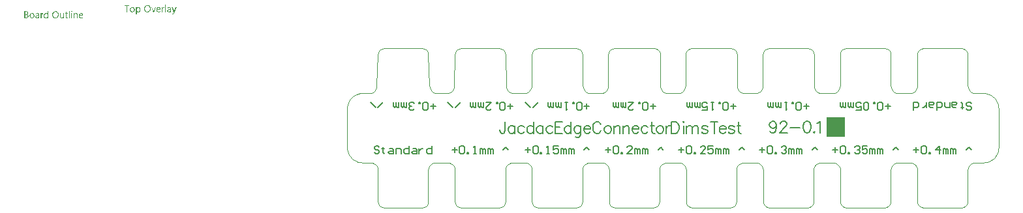
<source format=gto>
G04*
G04 #@! TF.GenerationSoftware,Altium Limited,Altium Designer,21.9.2 (33)*
G04*
G04 Layer_Color=65535*
%FSLAX42Y42*%
%MOMM*%
G71*
G04*
G04 #@! TF.SameCoordinates,3B3C94B3-70F9-448F-95CB-C861D5BFCF53*
G04*
G04*
G04 #@! TF.FilePolarity,Positive*
G04*
G01*
G75*
%ADD10C,0.20*%
%ADD11C,0.15*%
%ADD12R,2.48X2.58*%
%ADD13C,0.10*%
G36*
X1969Y4070D02*
X1970Y4070D01*
X1971Y4070D01*
X1974Y4069D01*
X1977Y4068D01*
X1980Y4067D01*
X1982Y4066D01*
X1983Y4064D01*
X1985Y4063D01*
X1986Y4062D01*
X1986Y4061D01*
X1987Y4061D01*
X1987Y4061D01*
X1987Y4060D01*
X1988Y4059D01*
X1988Y4058D01*
X1989Y4057D01*
X1990Y4056D01*
X1990Y4054D01*
X1991Y4052D01*
X1992Y4050D01*
X1992Y4048D01*
X1993Y4044D01*
X1993Y4041D01*
X1993Y4039D01*
X1993Y4039D01*
X1993Y4038D01*
X1993Y4037D01*
X1993Y4036D01*
X1993Y4035D01*
X1993Y4033D01*
X1993Y4031D01*
X1992Y4030D01*
X1991Y4025D01*
X1990Y4021D01*
X1989Y4019D01*
X1988Y4017D01*
X1987Y4015D01*
X1985Y4013D01*
X1985Y4013D01*
X1985Y4013D01*
X1985Y4012D01*
X1984Y4012D01*
X1983Y4011D01*
X1982Y4010D01*
X1981Y4009D01*
X1980Y4008D01*
X1978Y4008D01*
X1977Y4007D01*
X1973Y4005D01*
X1971Y4005D01*
X1969Y4004D01*
X1967Y4004D01*
X1964Y4004D01*
X1963Y4004D01*
X1962Y4004D01*
X1961Y4004D01*
X1960Y4004D01*
X1957Y4005D01*
X1954Y4006D01*
X1952Y4007D01*
X1951Y4008D01*
X1949Y4009D01*
X1948Y4011D01*
X1946Y4012D01*
X1945Y4014D01*
X1945Y4014D01*
X1945Y3976D01*
X1934Y3976D01*
X1934Y4069D01*
X1945Y4069D01*
X1945Y4058D01*
X1945Y4058D01*
X1945Y4058D01*
X1945Y4058D01*
X1946Y4059D01*
X1946Y4060D01*
X1947Y4061D01*
X1948Y4062D01*
X1949Y4063D01*
X1951Y4064D01*
X1952Y4065D01*
X1954Y4066D01*
X1955Y4067D01*
X1957Y4068D01*
X1960Y4069D01*
X1962Y4070D01*
X1964Y4070D01*
X1967Y4070D01*
X1968Y4070D01*
X1969Y4070D01*
X1969Y4070D02*
G37*
G36*
X2298Y4070D02*
X2300Y4070D01*
X2301Y4069D01*
X2302Y4069D01*
X2302Y4058D01*
X2302Y4059D01*
X2301Y4059D01*
X2301Y4059D01*
X2300Y4060D01*
X2299Y4060D01*
X2297Y4060D01*
X2296Y4060D01*
X2294Y4061D01*
X2294Y4061D01*
X2293Y4060D01*
X2292Y4060D01*
X2290Y4060D01*
X2288Y4059D01*
X2287Y4058D01*
X2285Y4056D01*
X2283Y4054D01*
X2283Y4054D01*
X2282Y4053D01*
X2282Y4052D01*
X2281Y4050D01*
X2280Y4047D01*
X2279Y4044D01*
X2279Y4041D01*
X2279Y4037D01*
X2279Y4005D01*
X2268Y4005D01*
X2268Y4069D01*
X2279Y4069D01*
X2279Y4056D01*
X2279Y4056D01*
X2279Y4056D01*
X2279Y4056D01*
X2279Y4057D01*
X2280Y4058D01*
X2281Y4060D01*
X2282Y4061D01*
X2283Y4063D01*
X2284Y4065D01*
X2286Y4066D01*
X2286Y4066D01*
X2286Y4067D01*
X2287Y4067D01*
X2289Y4068D01*
X2290Y4069D01*
X2292Y4069D01*
X2294Y4070D01*
X2296Y4070D01*
X2297Y4070D01*
X2298Y4070D01*
X2298Y4070D02*
G37*
G36*
X2430Y3995D02*
X2430Y3995D01*
X2430Y3994D01*
X2429Y3993D01*
X2429Y3992D01*
X2428Y3990D01*
X2427Y3989D01*
X2426Y3987D01*
X2425Y3985D01*
X2423Y3983D01*
X2421Y3981D01*
X2420Y3980D01*
X2418Y3978D01*
X2415Y3977D01*
X2413Y3976D01*
X2411Y3975D01*
X2408Y3975D01*
X2407Y3975D01*
X2406Y3975D01*
X2404Y3975D01*
X2401Y3976D01*
X2401Y3985D01*
X2402Y3985D01*
X2402Y3985D01*
X2403Y3985D01*
X2404Y3985D01*
X2405Y3984D01*
X2407Y3984D01*
X2408Y3984D01*
X2409Y3984D01*
X2410Y3984D01*
X2412Y3985D01*
X2414Y3986D01*
X2415Y3987D01*
X2416Y3988D01*
X2417Y3989D01*
X2418Y3990D01*
X2418Y3992D01*
X2419Y3993D01*
X2424Y4005D01*
X2399Y4069D01*
X2411Y4069D01*
X2428Y4020D01*
X2428Y4019D01*
X2428Y4019D01*
X2428Y4019D01*
X2428Y4018D01*
X2429Y4017D01*
X2429Y4016D01*
X2429Y4015D01*
X2430Y4015D01*
X2430Y4015D01*
X2430Y4016D01*
X2430Y4017D01*
X2431Y4019D01*
X2449Y4069D01*
X2459Y4069D01*
X2430Y3995D01*
X2430Y3995D02*
G37*
G36*
X2165Y4005D02*
X2155Y4005D01*
X2131Y4069D01*
X2142Y4069D01*
X2159Y4022D01*
X2159Y4022D01*
X2159Y4022D01*
X2159Y4021D01*
X2160Y4019D01*
X2160Y4018D01*
X2160Y4017D01*
X2161Y4014D01*
X2161Y4014D01*
X2161Y4014D01*
X2161Y4014D01*
X2161Y4015D01*
X2161Y4016D01*
X2162Y4018D01*
X2162Y4019D01*
X2163Y4022D01*
X2180Y4069D01*
X2191Y4069D01*
X2165Y4005D01*
X2165Y4005D02*
G37*
G36*
X1100Y4019D02*
X1101Y4019D01*
X1102Y4019D01*
X1103Y4018D01*
X1104Y4018D01*
X1104Y4018D01*
X1104Y4017D01*
X1105Y4017D01*
X1105Y4015D01*
X1105Y4014D01*
X1106Y4013D01*
X1106Y4013D01*
X1106Y4013D01*
X1105Y4012D01*
X1105Y4011D01*
X1105Y4010D01*
X1104Y4009D01*
X1104Y4008D01*
X1103Y4008D01*
X1103Y4008D01*
X1102Y4007D01*
X1101Y4007D01*
X1100Y4007D01*
X1099Y4006D01*
X1098Y4006D01*
X1098Y4007D01*
X1097Y4007D01*
X1096Y4007D01*
X1095Y4008D01*
X1094Y4008D01*
X1094Y4008D01*
X1094Y4008D01*
X1094Y4009D01*
X1093Y4009D01*
X1093Y4011D01*
X1093Y4012D01*
X1092Y4013D01*
X1092Y4013D01*
X1092Y4014D01*
X1093Y4014D01*
X1093Y4015D01*
X1093Y4016D01*
X1094Y4017D01*
X1094Y4018D01*
X1094Y4018D01*
X1095Y4018D01*
X1096Y4019D01*
X1097Y4019D01*
X1098Y4020D01*
X1099Y4020D01*
X1100Y4019D01*
X1100Y4019D02*
G37*
G36*
X2369Y4070D02*
X2371Y4070D01*
X2372Y4069D01*
X2374Y4069D01*
X2376Y4068D01*
X2378Y4067D01*
X2380Y4066D01*
X2382Y4064D01*
X2384Y4063D01*
X2386Y4060D01*
X2387Y4058D01*
X2389Y4054D01*
X2389Y4051D01*
X2390Y4047D01*
X2390Y4005D01*
X2379Y4005D01*
X2379Y4015D01*
X2379Y4015D01*
X2379Y4015D01*
X2379Y4014D01*
X2378Y4014D01*
X2378Y4013D01*
X2376Y4011D01*
X2374Y4009D01*
X2371Y4007D01*
X2368Y4005D01*
X2366Y4005D01*
X2364Y4004D01*
X2362Y4004D01*
X2359Y4004D01*
X2358Y4004D01*
X2358Y4004D01*
X2356Y4004D01*
X2354Y4004D01*
X2351Y4005D01*
X2349Y4006D01*
X2347Y4007D01*
X2344Y4008D01*
X2344Y4009D01*
X2344Y4009D01*
X2343Y4011D01*
X2342Y4012D01*
X2341Y4014D01*
X2340Y4016D01*
X2339Y4019D01*
X2339Y4022D01*
X2339Y4022D01*
X2339Y4023D01*
X2339Y4024D01*
X2339Y4025D01*
X2340Y4026D01*
X2340Y4028D01*
X2341Y4029D01*
X2342Y4031D01*
X2343Y4033D01*
X2344Y4035D01*
X2346Y4037D01*
X2348Y4038D01*
X2350Y4040D01*
X2353Y4041D01*
X2356Y4042D01*
X2360Y4043D01*
X2379Y4045D01*
X2379Y4046D01*
X2379Y4046D01*
X2379Y4047D01*
X2379Y4048D01*
X2379Y4049D01*
X2379Y4051D01*
X2378Y4054D01*
X2377Y4055D01*
X2376Y4056D01*
X2375Y4058D01*
X2374Y4059D01*
X2372Y4060D01*
X2371Y4061D01*
X2368Y4061D01*
X2366Y4062D01*
X2365Y4062D01*
X2364Y4061D01*
X2363Y4061D01*
X2362Y4061D01*
X2359Y4061D01*
X2356Y4060D01*
X2353Y4058D01*
X2351Y4057D01*
X2349Y4056D01*
X2347Y4055D01*
X2345Y4054D01*
X2345Y4064D01*
X2346Y4064D01*
X2346Y4065D01*
X2346Y4065D01*
X2347Y4065D01*
X2348Y4066D01*
X2349Y4066D01*
X2350Y4067D01*
X2352Y4067D01*
X2355Y4068D01*
X2359Y4069D01*
X2363Y4070D01*
X2367Y4070D01*
X2368Y4070D01*
X2369Y4070D01*
X2369Y4070D02*
G37*
G36*
X2323Y4005D02*
X2313Y4005D01*
X2313Y4100D01*
X2323Y4100D01*
X2323Y4005D01*
X2323Y4005D02*
G37*
G36*
X1847Y4085D02*
X1821Y4085D01*
X1821Y4005D01*
X1811Y4005D01*
X1811Y4085D01*
X1785Y4085D01*
X1785Y4094D01*
X1847Y4094D01*
X1847Y4085D01*
X1847Y4085D02*
G37*
G36*
X2229Y4070D02*
X2230Y4070D01*
X2231Y4070D01*
X2234Y4069D01*
X2237Y4068D01*
X2240Y4067D01*
X2242Y4066D01*
X2243Y4065D01*
X2245Y4064D01*
X2246Y4062D01*
X2246Y4062D01*
X2246Y4062D01*
X2247Y4061D01*
X2247Y4061D01*
X2248Y4060D01*
X2248Y4059D01*
X2249Y4058D01*
X2250Y4056D01*
X2250Y4055D01*
X2251Y4053D01*
X2251Y4051D01*
X2252Y4049D01*
X2252Y4047D01*
X2253Y4045D01*
X2253Y4042D01*
X2253Y4040D01*
X2253Y4034D01*
X2208Y4034D01*
X2208Y4034D01*
X2208Y4034D01*
X2208Y4033D01*
X2208Y4033D01*
X2208Y4032D01*
X2208Y4031D01*
X2209Y4028D01*
X2210Y4026D01*
X2210Y4023D01*
X2212Y4020D01*
X2214Y4018D01*
X2214Y4017D01*
X2215Y4017D01*
X2216Y4016D01*
X2218Y4015D01*
X2220Y4014D01*
X2222Y4013D01*
X2225Y4012D01*
X2229Y4012D01*
X2230Y4012D01*
X2231Y4012D01*
X2232Y4012D01*
X2233Y4012D01*
X2235Y4013D01*
X2238Y4014D01*
X2242Y4015D01*
X2245Y4017D01*
X2247Y4018D01*
X2249Y4019D01*
X2249Y4010D01*
X2248Y4010D01*
X2248Y4009D01*
X2248Y4009D01*
X2247Y4009D01*
X2246Y4008D01*
X2245Y4008D01*
X2244Y4007D01*
X2243Y4007D01*
X2241Y4006D01*
X2239Y4006D01*
X2236Y4005D01*
X2231Y4004D01*
X2226Y4004D01*
X2225Y4004D01*
X2224Y4004D01*
X2223Y4004D01*
X2222Y4004D01*
X2219Y4005D01*
X2215Y4006D01*
X2212Y4007D01*
X2210Y4008D01*
X2208Y4009D01*
X2207Y4011D01*
X2205Y4012D01*
X2205Y4012D01*
X2205Y4013D01*
X2204Y4013D01*
X2204Y4014D01*
X2203Y4015D01*
X2203Y4016D01*
X2202Y4017D01*
X2201Y4019D01*
X2201Y4020D01*
X2200Y4022D01*
X2199Y4024D01*
X2199Y4026D01*
X2198Y4029D01*
X2198Y4031D01*
X2198Y4034D01*
X2197Y4037D01*
X2197Y4037D01*
X2197Y4037D01*
X2197Y4038D01*
X2198Y4039D01*
X2198Y4040D01*
X2198Y4042D01*
X2198Y4044D01*
X2199Y4045D01*
X2199Y4049D01*
X2201Y4053D01*
X2202Y4055D01*
X2203Y4057D01*
X2204Y4059D01*
X2206Y4061D01*
X2206Y4061D01*
X2206Y4061D01*
X2207Y4062D01*
X2207Y4062D01*
X2208Y4063D01*
X2209Y4064D01*
X2210Y4065D01*
X2212Y4066D01*
X2215Y4067D01*
X2218Y4069D01*
X2220Y4069D01*
X2222Y4070D01*
X2224Y4070D01*
X2227Y4070D01*
X2228Y4070D01*
X2229Y4070D01*
X2229Y4070D02*
G37*
G36*
X2086Y4096D02*
X2088Y4096D01*
X2090Y4095D01*
X2092Y4095D01*
X2094Y4094D01*
X2096Y4094D01*
X2099Y4093D01*
X2101Y4092D01*
X2104Y4091D01*
X2106Y4089D01*
X2108Y4087D01*
X2111Y4086D01*
X2113Y4083D01*
X2113Y4083D01*
X2113Y4083D01*
X2114Y4082D01*
X2115Y4081D01*
X2116Y4080D01*
X2117Y4078D01*
X2118Y4077D01*
X2119Y4075D01*
X2120Y4072D01*
X2121Y4070D01*
X2122Y4067D01*
X2123Y4064D01*
X2123Y4061D01*
X2124Y4058D01*
X2124Y4054D01*
X2124Y4051D01*
X2124Y4050D01*
X2124Y4050D01*
X2124Y4049D01*
X2124Y4047D01*
X2124Y4045D01*
X2124Y4043D01*
X2123Y4041D01*
X2123Y4038D01*
X2122Y4036D01*
X2121Y4033D01*
X2121Y4030D01*
X2119Y4027D01*
X2118Y4024D01*
X2116Y4021D01*
X2115Y4019D01*
X2113Y4016D01*
X2113Y4016D01*
X2112Y4016D01*
X2111Y4015D01*
X2111Y4014D01*
X2109Y4013D01*
X2108Y4012D01*
X2106Y4011D01*
X2104Y4010D01*
X2102Y4009D01*
X2100Y4008D01*
X2098Y4007D01*
X2095Y4006D01*
X2092Y4005D01*
X2089Y4004D01*
X2085Y4004D01*
X2082Y4004D01*
X2081Y4004D01*
X2080Y4004D01*
X2079Y4004D01*
X2077Y4004D01*
X2075Y4004D01*
X2073Y4005D01*
X2071Y4005D01*
X2068Y4006D01*
X2066Y4007D01*
X2063Y4008D01*
X2061Y4009D01*
X2058Y4010D01*
X2056Y4012D01*
X2053Y4014D01*
X2051Y4016D01*
X2051Y4016D01*
X2051Y4017D01*
X2050Y4017D01*
X2049Y4018D01*
X2049Y4019D01*
X2048Y4021D01*
X2047Y4023D01*
X2046Y4025D01*
X2044Y4027D01*
X2043Y4029D01*
X2043Y4032D01*
X2042Y4035D01*
X2041Y4038D01*
X2040Y4041D01*
X2040Y4045D01*
X2040Y4049D01*
X2040Y4049D01*
X2040Y4050D01*
X2040Y4051D01*
X2040Y4052D01*
X2040Y4054D01*
X2040Y4056D01*
X2041Y4058D01*
X2041Y4061D01*
X2042Y4064D01*
X2043Y4067D01*
X2044Y4069D01*
X2045Y4072D01*
X2046Y4075D01*
X2048Y4078D01*
X2049Y4081D01*
X2051Y4083D01*
X2052Y4083D01*
X2052Y4084D01*
X2053Y4084D01*
X2054Y4085D01*
X2055Y4086D01*
X2056Y4087D01*
X2058Y4088D01*
X2060Y4089D01*
X2062Y4091D01*
X2064Y4092D01*
X2067Y4093D01*
X2070Y4094D01*
X2073Y4095D01*
X2076Y4095D01*
X2080Y4096D01*
X2083Y4096D01*
X2085Y4096D01*
X2086Y4096D01*
X2086Y4096D02*
G37*
G36*
X1890Y4070D02*
X1891Y4070D01*
X1893Y4070D01*
X1896Y4069D01*
X1899Y4068D01*
X1903Y4067D01*
X1905Y4066D01*
X1907Y4064D01*
X1908Y4063D01*
X1910Y4061D01*
X1910Y4061D01*
X1910Y4061D01*
X1911Y4061D01*
X1911Y4060D01*
X1912Y4059D01*
X1913Y4058D01*
X1913Y4057D01*
X1914Y4055D01*
X1915Y4053D01*
X1915Y4052D01*
X1916Y4050D01*
X1917Y4047D01*
X1917Y4045D01*
X1918Y4043D01*
X1918Y4040D01*
X1918Y4037D01*
X1918Y4037D01*
X1918Y4036D01*
X1918Y4036D01*
X1918Y4035D01*
X1918Y4033D01*
X1918Y4032D01*
X1917Y4030D01*
X1917Y4028D01*
X1916Y4025D01*
X1914Y4020D01*
X1913Y4018D01*
X1912Y4016D01*
X1911Y4014D01*
X1909Y4013D01*
X1909Y4013D01*
X1909Y4012D01*
X1908Y4012D01*
X1908Y4011D01*
X1907Y4011D01*
X1906Y4010D01*
X1905Y4009D01*
X1903Y4008D01*
X1902Y4007D01*
X1900Y4006D01*
X1898Y4006D01*
X1896Y4005D01*
X1894Y4004D01*
X1891Y4004D01*
X1889Y4004D01*
X1886Y4004D01*
X1885Y4004D01*
X1884Y4004D01*
X1883Y4004D01*
X1881Y4004D01*
X1880Y4004D01*
X1878Y4005D01*
X1874Y4006D01*
X1871Y4007D01*
X1869Y4008D01*
X1867Y4010D01*
X1865Y4011D01*
X1864Y4012D01*
X1863Y4013D01*
X1863Y4013D01*
X1863Y4013D01*
X1862Y4014D01*
X1862Y4015D01*
X1861Y4016D01*
X1860Y4017D01*
X1860Y4019D01*
X1859Y4020D01*
X1858Y4022D01*
X1857Y4024D01*
X1857Y4026D01*
X1856Y4031D01*
X1855Y4033D01*
X1855Y4036D01*
X1855Y4036D01*
X1855Y4037D01*
X1855Y4038D01*
X1855Y4039D01*
X1856Y4040D01*
X1856Y4042D01*
X1856Y4043D01*
X1856Y4045D01*
X1857Y4049D01*
X1859Y4053D01*
X1860Y4056D01*
X1861Y4058D01*
X1862Y4059D01*
X1864Y4061D01*
X1864Y4061D01*
X1864Y4062D01*
X1865Y4062D01*
X1865Y4063D01*
X1866Y4063D01*
X1868Y4064D01*
X1869Y4065D01*
X1870Y4066D01*
X1872Y4067D01*
X1874Y4067D01*
X1876Y4068D01*
X1878Y4069D01*
X1880Y4069D01*
X1882Y4070D01*
X1885Y4070D01*
X1888Y4070D01*
X1889Y4070D01*
X1890Y4070D01*
X1890Y4070D02*
G37*
G36*
X795Y3926D02*
X785Y3926D01*
X785Y3937D01*
X785Y3937D01*
X785Y3937D01*
X785Y3937D01*
X784Y3936D01*
X784Y3935D01*
X783Y3934D01*
X782Y3933D01*
X781Y3932D01*
X779Y3931D01*
X778Y3930D01*
X776Y3929D01*
X775Y3928D01*
X773Y3927D01*
X771Y3926D01*
X768Y3925D01*
X766Y3925D01*
X763Y3925D01*
X762Y3925D01*
X761Y3925D01*
X760Y3925D01*
X759Y3925D01*
X756Y3926D01*
X753Y3927D01*
X750Y3929D01*
X748Y3930D01*
X747Y3931D01*
X745Y3932D01*
X744Y3933D01*
X744Y3934D01*
X743Y3934D01*
X743Y3934D01*
X743Y3935D01*
X742Y3936D01*
X741Y3937D01*
X741Y3938D01*
X740Y3940D01*
X739Y3941D01*
X739Y3943D01*
X738Y3945D01*
X738Y3947D01*
X737Y3949D01*
X737Y3952D01*
X737Y3954D01*
X737Y3957D01*
X737Y3957D01*
X737Y3957D01*
X737Y3958D01*
X737Y3959D01*
X737Y3961D01*
X737Y3962D01*
X737Y3964D01*
X738Y3966D01*
X738Y3970D01*
X740Y3974D01*
X741Y3976D01*
X742Y3978D01*
X743Y3980D01*
X744Y3982D01*
X745Y3982D01*
X745Y3983D01*
X745Y3983D01*
X746Y3984D01*
X747Y3984D01*
X748Y3985D01*
X749Y3986D01*
X750Y3987D01*
X753Y3989D01*
X757Y3990D01*
X759Y3991D01*
X761Y3991D01*
X763Y3992D01*
X766Y3992D01*
X767Y3992D01*
X768Y3992D01*
X769Y3991D01*
X770Y3991D01*
X773Y3990D01*
X776Y3989D01*
X778Y3988D01*
X779Y3987D01*
X781Y3986D01*
X782Y3985D01*
X784Y3983D01*
X785Y3981D01*
X785Y3981D01*
X785Y4021D01*
X795Y4021D01*
X795Y3926D01*
X795Y3926D02*
G37*
G36*
X1158Y3992D02*
X1160Y3991D01*
X1162Y3991D01*
X1165Y3990D01*
X1167Y3989D01*
X1170Y3987D01*
X1171Y3986D01*
X1172Y3985D01*
X1172Y3985D01*
X1173Y3984D01*
X1174Y3982D01*
X1175Y3980D01*
X1176Y3977D01*
X1177Y3974D01*
X1177Y3970D01*
X1178Y3965D01*
X1178Y3926D01*
X1167Y3926D01*
X1167Y3963D01*
X1167Y3963D01*
X1167Y3964D01*
X1167Y3965D01*
X1167Y3966D01*
X1167Y3967D01*
X1167Y3969D01*
X1166Y3971D01*
X1165Y3973D01*
X1165Y3975D01*
X1164Y3977D01*
X1162Y3978D01*
X1161Y3980D01*
X1159Y3981D01*
X1157Y3982D01*
X1155Y3983D01*
X1153Y3983D01*
X1152Y3983D01*
X1151Y3983D01*
X1150Y3983D01*
X1148Y3982D01*
X1146Y3982D01*
X1144Y3981D01*
X1142Y3979D01*
X1140Y3977D01*
X1140Y3977D01*
X1139Y3976D01*
X1138Y3975D01*
X1137Y3973D01*
X1136Y3971D01*
X1136Y3969D01*
X1135Y3966D01*
X1135Y3963D01*
X1135Y3926D01*
X1125Y3926D01*
X1125Y3990D01*
X1135Y3990D01*
X1135Y3980D01*
X1135Y3980D01*
X1135Y3980D01*
X1135Y3980D01*
X1136Y3981D01*
X1137Y3981D01*
X1137Y3982D01*
X1138Y3983D01*
X1139Y3984D01*
X1140Y3986D01*
X1142Y3987D01*
X1143Y3988D01*
X1145Y3989D01*
X1147Y3990D01*
X1149Y3991D01*
X1151Y3991D01*
X1154Y3992D01*
X1156Y3992D01*
X1157Y3992D01*
X1158Y3992D01*
X1158Y3992D02*
G37*
G36*
X726Y3991D02*
X728Y3991D01*
X729Y3991D01*
X730Y3990D01*
X730Y3980D01*
X730Y3980D01*
X729Y3980D01*
X729Y3981D01*
X728Y3981D01*
X727Y3981D01*
X725Y3982D01*
X724Y3982D01*
X722Y3982D01*
X722Y3982D01*
X721Y3982D01*
X720Y3982D01*
X718Y3981D01*
X716Y3980D01*
X715Y3979D01*
X713Y3978D01*
X711Y3976D01*
X711Y3975D01*
X710Y3975D01*
X710Y3973D01*
X709Y3971D01*
X708Y3969D01*
X707Y3966D01*
X707Y3963D01*
X707Y3959D01*
X707Y3926D01*
X696Y3926D01*
X696Y3990D01*
X707Y3990D01*
X707Y3977D01*
X707Y3977D01*
X707Y3977D01*
X707Y3977D01*
X707Y3978D01*
X708Y3979D01*
X709Y3981D01*
X710Y3983D01*
X711Y3984D01*
X712Y3986D01*
X714Y3988D01*
X714Y3988D01*
X714Y3988D01*
X715Y3989D01*
X717Y3989D01*
X718Y3990D01*
X720Y3991D01*
X722Y3991D01*
X724Y3991D01*
X725Y3991D01*
X726Y3991D01*
X726Y3991D02*
G37*
G36*
X999Y3926D02*
X989Y3926D01*
X989Y3936D01*
X988Y3936D01*
X988Y3936D01*
X988Y3936D01*
X988Y3935D01*
X987Y3935D01*
X986Y3933D01*
X983Y3931D01*
X982Y3930D01*
X981Y3929D01*
X979Y3928D01*
X977Y3927D01*
X975Y3926D01*
X973Y3925D01*
X971Y3925D01*
X969Y3925D01*
X968Y3925D01*
X967Y3925D01*
X965Y3925D01*
X963Y3926D01*
X961Y3926D01*
X959Y3927D01*
X957Y3928D01*
X955Y3930D01*
X953Y3932D01*
X951Y3934D01*
X949Y3936D01*
X948Y3939D01*
X947Y3943D01*
X946Y3947D01*
X946Y3950D01*
X946Y3952D01*
X946Y3990D01*
X956Y3990D01*
X956Y3954D01*
X956Y3953D01*
X956Y3953D01*
X956Y3952D01*
X956Y3950D01*
X956Y3949D01*
X957Y3947D01*
X957Y3945D01*
X958Y3944D01*
X959Y3942D01*
X960Y3940D01*
X961Y3938D01*
X962Y3937D01*
X964Y3935D01*
X966Y3934D01*
X969Y3934D01*
X971Y3933D01*
X972Y3933D01*
X973Y3934D01*
X974Y3934D01*
X976Y3934D01*
X978Y3935D01*
X980Y3936D01*
X982Y3937D01*
X984Y3939D01*
X984Y3939D01*
X985Y3940D01*
X985Y3941D01*
X986Y3943D01*
X987Y3945D01*
X988Y3947D01*
X988Y3950D01*
X989Y3953D01*
X989Y3990D01*
X999Y3990D01*
X999Y3926D01*
X999Y3926D02*
G37*
G36*
X1104Y3926D02*
X1094Y3926D01*
X1094Y3990D01*
X1104Y3990D01*
X1104Y3926D01*
X1104Y3926D02*
G37*
G36*
X1073Y3926D02*
X1063Y3926D01*
X1063Y4021D01*
X1073Y4021D01*
X1073Y3926D01*
X1073Y3926D02*
G37*
G36*
X657Y3992D02*
X658Y3991D01*
X660Y3991D01*
X662Y3990D01*
X664Y3990D01*
X666Y3989D01*
X668Y3987D01*
X670Y3986D01*
X672Y3984D01*
X674Y3982D01*
X675Y3979D01*
X676Y3976D01*
X677Y3972D01*
X677Y3968D01*
X677Y3926D01*
X667Y3926D01*
X667Y3936D01*
X667Y3936D01*
X667Y3936D01*
X666Y3936D01*
X666Y3935D01*
X665Y3935D01*
X664Y3933D01*
X662Y3931D01*
X659Y3929D01*
X656Y3927D01*
X654Y3926D01*
X652Y3925D01*
X649Y3925D01*
X647Y3925D01*
X646Y3925D01*
X646Y3925D01*
X644Y3925D01*
X642Y3926D01*
X639Y3926D01*
X637Y3927D01*
X634Y3928D01*
X632Y3930D01*
X632Y3930D01*
X631Y3931D01*
X630Y3932D01*
X629Y3933D01*
X629Y3935D01*
X628Y3938D01*
X627Y3940D01*
X627Y3943D01*
X627Y3943D01*
X627Y3944D01*
X627Y3945D01*
X627Y3946D01*
X627Y3947D01*
X628Y3949D01*
X629Y3951D01*
X629Y3953D01*
X631Y3954D01*
X632Y3956D01*
X634Y3958D01*
X636Y3960D01*
X638Y3961D01*
X641Y3962D01*
X644Y3963D01*
X648Y3964D01*
X667Y3967D01*
X667Y3967D01*
X667Y3967D01*
X667Y3968D01*
X667Y3969D01*
X667Y3971D01*
X666Y3972D01*
X665Y3975D01*
X665Y3976D01*
X664Y3978D01*
X663Y3979D01*
X662Y3981D01*
X660Y3982D01*
X658Y3982D01*
X656Y3983D01*
X654Y3983D01*
X653Y3983D01*
X652Y3983D01*
X651Y3983D01*
X650Y3983D01*
X647Y3982D01*
X644Y3981D01*
X640Y3980D01*
X638Y3979D01*
X637Y3978D01*
X635Y3977D01*
X633Y3975D01*
X633Y3986D01*
X633Y3986D01*
X634Y3986D01*
X634Y3986D01*
X635Y3987D01*
X636Y3987D01*
X637Y3988D01*
X638Y3988D01*
X639Y3989D01*
X643Y3990D01*
X646Y3991D01*
X650Y3991D01*
X655Y3992D01*
X656Y3992D01*
X657Y3992D01*
X657Y3992D02*
G37*
G36*
X512Y4016D02*
X513Y4016D01*
X515Y4015D01*
X517Y4015D01*
X520Y4014D01*
X523Y4013D01*
X526Y4012D01*
X529Y4010D01*
X529Y4010D01*
X529Y4010D01*
X530Y4009D01*
X531Y4008D01*
X532Y4006D01*
X533Y4004D01*
X535Y4001D01*
X535Y3999D01*
X536Y3997D01*
X536Y3995D01*
X536Y3995D01*
X536Y3995D01*
X536Y3994D01*
X535Y3993D01*
X535Y3991D01*
X535Y3989D01*
X534Y3986D01*
X533Y3984D01*
X532Y3982D01*
X531Y3982D01*
X531Y3981D01*
X530Y3980D01*
X529Y3979D01*
X527Y3978D01*
X525Y3976D01*
X523Y3975D01*
X520Y3974D01*
X520Y3974D01*
X521Y3974D01*
X521Y3974D01*
X522Y3974D01*
X523Y3973D01*
X525Y3973D01*
X528Y3972D01*
X530Y3971D01*
X532Y3969D01*
X535Y3967D01*
X535Y3967D01*
X535Y3966D01*
X536Y3965D01*
X537Y3963D01*
X538Y3961D01*
X539Y3958D01*
X540Y3955D01*
X540Y3952D01*
X540Y3952D01*
X540Y3952D01*
X540Y3951D01*
X540Y3950D01*
X540Y3949D01*
X540Y3948D01*
X539Y3945D01*
X538Y3942D01*
X537Y3939D01*
X536Y3938D01*
X535Y3936D01*
X533Y3935D01*
X532Y3933D01*
X532Y3933D01*
X531Y3933D01*
X531Y3933D01*
X530Y3932D01*
X529Y3932D01*
X528Y3931D01*
X526Y3930D01*
X523Y3929D01*
X520Y3928D01*
X516Y3927D01*
X513Y3927D01*
X511Y3926D01*
X485Y3926D01*
X485Y4016D01*
X512Y4016D01*
X512Y4016D01*
X512Y4016D02*
G37*
G36*
X1033Y3990D02*
X1049Y3990D01*
X1049Y3981D01*
X1033Y3981D01*
X1033Y3945D01*
X1033Y3945D01*
X1033Y3944D01*
X1033Y3943D01*
X1033Y3942D01*
X1034Y3939D01*
X1034Y3937D01*
X1035Y3936D01*
X1035Y3936D01*
X1036Y3936D01*
X1036Y3936D01*
X1037Y3935D01*
X1038Y3934D01*
X1039Y3934D01*
X1041Y3934D01*
X1042Y3934D01*
X1043Y3934D01*
X1044Y3934D01*
X1045Y3934D01*
X1047Y3935D01*
X1048Y3935D01*
X1049Y3936D01*
X1049Y3927D01*
X1049Y3927D01*
X1048Y3927D01*
X1048Y3926D01*
X1047Y3926D01*
X1045Y3926D01*
X1044Y3925D01*
X1042Y3925D01*
X1040Y3925D01*
X1039Y3925D01*
X1038Y3925D01*
X1037Y3925D01*
X1036Y3926D01*
X1034Y3926D01*
X1033Y3927D01*
X1031Y3928D01*
X1030Y3928D01*
X1028Y3930D01*
X1027Y3931D01*
X1025Y3933D01*
X1024Y3935D01*
X1023Y3938D01*
X1023Y3940D01*
X1023Y3944D01*
X1023Y3981D01*
X1012Y3981D01*
X1012Y3990D01*
X1023Y3990D01*
X1023Y4006D01*
X1033Y4009D01*
X1033Y3990D01*
X1033Y3990D02*
G37*
G36*
X1224Y3992D02*
X1225Y3991D01*
X1226Y3991D01*
X1229Y3991D01*
X1232Y3990D01*
X1235Y3988D01*
X1237Y3987D01*
X1239Y3986D01*
X1240Y3985D01*
X1241Y3983D01*
X1242Y3983D01*
X1242Y3983D01*
X1242Y3983D01*
X1243Y3982D01*
X1243Y3981D01*
X1244Y3980D01*
X1244Y3979D01*
X1245Y3978D01*
X1246Y3976D01*
X1246Y3975D01*
X1247Y3973D01*
X1247Y3971D01*
X1248Y3968D01*
X1248Y3966D01*
X1248Y3964D01*
X1248Y3961D01*
X1248Y3956D01*
X1203Y3956D01*
X1203Y3956D01*
X1203Y3955D01*
X1203Y3955D01*
X1203Y3954D01*
X1204Y3953D01*
X1204Y3952D01*
X1204Y3950D01*
X1205Y3947D01*
X1206Y3944D01*
X1207Y3942D01*
X1209Y3939D01*
X1209Y3939D01*
X1210Y3938D01*
X1211Y3937D01*
X1213Y3936D01*
X1215Y3935D01*
X1218Y3934D01*
X1221Y3934D01*
X1224Y3933D01*
X1225Y3933D01*
X1226Y3934D01*
X1227Y3934D01*
X1228Y3934D01*
X1231Y3934D01*
X1234Y3935D01*
X1237Y3936D01*
X1240Y3938D01*
X1242Y3939D01*
X1244Y3941D01*
X1244Y3931D01*
X1244Y3931D01*
X1243Y3931D01*
X1243Y3931D01*
X1242Y3930D01*
X1241Y3930D01*
X1240Y3929D01*
X1239Y3929D01*
X1238Y3928D01*
X1236Y3927D01*
X1235Y3927D01*
X1231Y3926D01*
X1226Y3925D01*
X1222Y3925D01*
X1220Y3925D01*
X1219Y3925D01*
X1218Y3925D01*
X1217Y3925D01*
X1214Y3926D01*
X1210Y3927D01*
X1207Y3929D01*
X1205Y3930D01*
X1204Y3931D01*
X1202Y3932D01*
X1200Y3934D01*
X1200Y3934D01*
X1200Y3934D01*
X1200Y3935D01*
X1199Y3935D01*
X1199Y3936D01*
X1198Y3937D01*
X1197Y3939D01*
X1197Y3940D01*
X1196Y3942D01*
X1195Y3943D01*
X1194Y3945D01*
X1194Y3948D01*
X1193Y3950D01*
X1193Y3953D01*
X1193Y3955D01*
X1193Y3958D01*
X1193Y3958D01*
X1193Y3959D01*
X1193Y3959D01*
X1193Y3961D01*
X1193Y3962D01*
X1193Y3963D01*
X1193Y3965D01*
X1194Y3967D01*
X1195Y3970D01*
X1196Y3975D01*
X1197Y3977D01*
X1198Y3978D01*
X1200Y3981D01*
X1201Y3982D01*
X1201Y3982D01*
X1201Y3983D01*
X1202Y3983D01*
X1203Y3984D01*
X1203Y3984D01*
X1204Y3985D01*
X1206Y3986D01*
X1207Y3987D01*
X1210Y3989D01*
X1213Y3990D01*
X1215Y3991D01*
X1218Y3991D01*
X1220Y3992D01*
X1222Y3992D01*
X1223Y3992D01*
X1224Y3992D01*
X1224Y3992D02*
G37*
G36*
X893Y4017D02*
X894Y4017D01*
X896Y4017D01*
X898Y4016D01*
X901Y4016D01*
X903Y4015D01*
X905Y4014D01*
X908Y4013D01*
X910Y4012D01*
X913Y4011D01*
X915Y4009D01*
X917Y4007D01*
X920Y4005D01*
X920Y4005D01*
X920Y4004D01*
X921Y4003D01*
X921Y4003D01*
X922Y4001D01*
X923Y4000D01*
X924Y3998D01*
X925Y3996D01*
X926Y3994D01*
X927Y3991D01*
X928Y3989D01*
X929Y3986D01*
X930Y3983D01*
X930Y3979D01*
X931Y3976D01*
X931Y3972D01*
X931Y3972D01*
X931Y3971D01*
X931Y3970D01*
X931Y3969D01*
X931Y3967D01*
X930Y3965D01*
X930Y3962D01*
X929Y3960D01*
X929Y3957D01*
X928Y3954D01*
X927Y3951D01*
X926Y3948D01*
X925Y3945D01*
X923Y3943D01*
X921Y3940D01*
X919Y3938D01*
X919Y3937D01*
X919Y3937D01*
X918Y3936D01*
X917Y3936D01*
X916Y3935D01*
X915Y3934D01*
X913Y3932D01*
X911Y3931D01*
X909Y3930D01*
X907Y3929D01*
X904Y3928D01*
X901Y3927D01*
X898Y3926D01*
X895Y3925D01*
X892Y3925D01*
X888Y3925D01*
X887Y3925D01*
X886Y3925D01*
X885Y3925D01*
X884Y3925D01*
X882Y3926D01*
X880Y3926D01*
X877Y3927D01*
X875Y3927D01*
X872Y3928D01*
X870Y3929D01*
X867Y3930D01*
X865Y3932D01*
X862Y3933D01*
X860Y3935D01*
X858Y3937D01*
X858Y3938D01*
X857Y3938D01*
X857Y3939D01*
X856Y3940D01*
X855Y3941D01*
X854Y3942D01*
X853Y3944D01*
X852Y3946D01*
X851Y3948D01*
X850Y3951D01*
X849Y3953D01*
X848Y3956D01*
X848Y3959D01*
X847Y3963D01*
X847Y3966D01*
X846Y3970D01*
X846Y3970D01*
X846Y3971D01*
X847Y3972D01*
X847Y3974D01*
X847Y3975D01*
X847Y3978D01*
X847Y3980D01*
X848Y3982D01*
X849Y3985D01*
X849Y3988D01*
X850Y3991D01*
X851Y3994D01*
X853Y3996D01*
X854Y3999D01*
X856Y4002D01*
X858Y4004D01*
X858Y4005D01*
X859Y4005D01*
X859Y4006D01*
X860Y4006D01*
X861Y4007D01*
X863Y4008D01*
X865Y4010D01*
X866Y4011D01*
X869Y4012D01*
X871Y4013D01*
X874Y4014D01*
X876Y4015D01*
X879Y4016D01*
X883Y4017D01*
X886Y4017D01*
X890Y4017D01*
X892Y4017D01*
X893Y4017D01*
X893Y4017D02*
G37*
G36*
X587Y3992D02*
X588Y3991D01*
X590Y3991D01*
X593Y3991D01*
X597Y3989D01*
X600Y3988D01*
X602Y3987D01*
X604Y3986D01*
X606Y3984D01*
X607Y3983D01*
X607Y3983D01*
X607Y3982D01*
X608Y3982D01*
X608Y3981D01*
X609Y3980D01*
X610Y3979D01*
X610Y3978D01*
X611Y3977D01*
X612Y3975D01*
X613Y3973D01*
X613Y3971D01*
X614Y3969D01*
X614Y3967D01*
X615Y3964D01*
X615Y3961D01*
X615Y3958D01*
X615Y3958D01*
X615Y3958D01*
X615Y3957D01*
X615Y3956D01*
X615Y3955D01*
X615Y3953D01*
X614Y3952D01*
X614Y3950D01*
X613Y3946D01*
X612Y3942D01*
X611Y3940D01*
X609Y3938D01*
X608Y3936D01*
X607Y3934D01*
X606Y3934D01*
X606Y3934D01*
X606Y3933D01*
X605Y3933D01*
X604Y3932D01*
X603Y3931D01*
X602Y3930D01*
X600Y3930D01*
X599Y3929D01*
X597Y3928D01*
X595Y3927D01*
X593Y3926D01*
X591Y3926D01*
X589Y3925D01*
X586Y3925D01*
X583Y3925D01*
X582Y3925D01*
X581Y3925D01*
X580Y3925D01*
X579Y3925D01*
X577Y3926D01*
X575Y3926D01*
X572Y3927D01*
X568Y3929D01*
X566Y3930D01*
X564Y3931D01*
X563Y3932D01*
X561Y3934D01*
X561Y3934D01*
X560Y3934D01*
X560Y3935D01*
X560Y3935D01*
X559Y3936D01*
X558Y3937D01*
X557Y3939D01*
X557Y3940D01*
X556Y3942D01*
X555Y3944D01*
X554Y3945D01*
X554Y3948D01*
X553Y3952D01*
X553Y3955D01*
X552Y3958D01*
X552Y3958D01*
X552Y3958D01*
X552Y3959D01*
X553Y3960D01*
X553Y3961D01*
X553Y3963D01*
X553Y3965D01*
X554Y3967D01*
X554Y3971D01*
X556Y3975D01*
X557Y3977D01*
X558Y3979D01*
X560Y3981D01*
X561Y3983D01*
X561Y3983D01*
X562Y3983D01*
X562Y3983D01*
X563Y3984D01*
X564Y3985D01*
X565Y3985D01*
X566Y3986D01*
X567Y3987D01*
X569Y3988D01*
X571Y3989D01*
X573Y3990D01*
X575Y3990D01*
X577Y3991D01*
X580Y3991D01*
X582Y3992D01*
X585Y3992D01*
X586Y3992D01*
X587Y3992D01*
X587Y3992D02*
G37*
%LPC*%
G36*
X1964Y4062D02*
X1964Y4062D01*
X1963Y4061D01*
X1961Y4061D01*
X1959Y4061D01*
X1957Y4060D01*
X1954Y4059D01*
X1952Y4057D01*
X1950Y4055D01*
X1950Y4055D01*
X1949Y4054D01*
X1948Y4053D01*
X1947Y4051D01*
X1946Y4049D01*
X1945Y4046D01*
X1945Y4043D01*
X1945Y4040D01*
X1945Y4031D01*
X1945Y4031D01*
X1945Y4031D01*
X1945Y4030D01*
X1945Y4028D01*
X1945Y4026D01*
X1946Y4024D01*
X1947Y4022D01*
X1948Y4020D01*
X1950Y4018D01*
X1950Y4017D01*
X1951Y4017D01*
X1952Y4016D01*
X1953Y4015D01*
X1955Y4014D01*
X1957Y4013D01*
X1960Y4012D01*
X1963Y4012D01*
X1964Y4012D01*
X1964Y4012D01*
X1966Y4012D01*
X1968Y4013D01*
X1970Y4014D01*
X1973Y4015D01*
X1975Y4017D01*
X1976Y4018D01*
X1977Y4019D01*
X1977Y4019D01*
X1977Y4019D01*
X1978Y4020D01*
X1978Y4020D01*
X1979Y4021D01*
X1979Y4022D01*
X1980Y4024D01*
X1981Y4027D01*
X1982Y4031D01*
X1982Y4034D01*
X1983Y4039D01*
X1983Y4039D01*
X1983Y4039D01*
X1983Y4040D01*
X1983Y4041D01*
X1982Y4042D01*
X1982Y4043D01*
X1982Y4045D01*
X1981Y4048D01*
X1981Y4050D01*
X1979Y4053D01*
X1978Y4056D01*
X1978Y4056D01*
X1977Y4056D01*
X1976Y4057D01*
X1974Y4059D01*
X1972Y4060D01*
X1970Y4061D01*
X1967Y4061D01*
X1964Y4062D01*
X1964Y4062D02*
G37*
G36*
X2379Y4037D02*
X2364Y4035D01*
X2364Y4035D01*
X2363Y4035D01*
X2362Y4035D01*
X2360Y4034D01*
X2358Y4034D01*
X2356Y4033D01*
X2355Y4033D01*
X2353Y4032D01*
X2353Y4031D01*
X2353Y4031D01*
X2352Y4031D01*
X2351Y4030D01*
X2351Y4028D01*
X2350Y4027D01*
X2350Y4025D01*
X2350Y4023D01*
X2350Y4022D01*
X2350Y4022D01*
X2350Y4021D01*
X2350Y4020D01*
X2350Y4019D01*
X2351Y4017D01*
X2352Y4016D01*
X2353Y4015D01*
X2353Y4015D01*
X2354Y4014D01*
X2354Y4014D01*
X2355Y4014D01*
X2357Y4013D01*
X2358Y4013D01*
X2360Y4012D01*
X2362Y4012D01*
X2362Y4012D01*
X2363Y4012D01*
X2365Y4012D01*
X2366Y4013D01*
X2368Y4013D01*
X2370Y4014D01*
X2372Y4016D01*
X2374Y4017D01*
X2374Y4018D01*
X2375Y4018D01*
X2376Y4019D01*
X2377Y4021D01*
X2378Y4023D01*
X2379Y4025D01*
X2379Y4028D01*
X2379Y4031D01*
X2379Y4037D01*
X2379Y4037D02*
G37*
G36*
X2227Y4062D02*
X2225Y4062D01*
X2224Y4061D01*
X2222Y4061D01*
X2221Y4060D01*
X2218Y4059D01*
X2216Y4058D01*
X2214Y4056D01*
X2214Y4056D01*
X2213Y4056D01*
X2213Y4054D01*
X2212Y4053D01*
X2210Y4051D01*
X2210Y4049D01*
X2209Y4046D01*
X2208Y4043D01*
X2243Y4043D01*
X2243Y4043D01*
X2243Y4043D01*
X2243Y4044D01*
X2243Y4044D01*
X2242Y4046D01*
X2242Y4048D01*
X2241Y4050D01*
X2241Y4053D01*
X2240Y4055D01*
X2238Y4057D01*
X2238Y4057D01*
X2237Y4058D01*
X2237Y4058D01*
X2235Y4059D01*
X2234Y4060D01*
X2232Y4061D01*
X2229Y4061D01*
X2227Y4062D01*
X2227Y4062D02*
G37*
G36*
X2082Y4086D02*
X2081Y4086D01*
X2080Y4086D01*
X2079Y4086D01*
X2078Y4086D01*
X2076Y4086D01*
X2074Y4085D01*
X2071Y4084D01*
X2069Y4083D01*
X2067Y4082D01*
X2065Y4081D01*
X2063Y4079D01*
X2061Y4078D01*
X2060Y4076D01*
X2059Y4076D01*
X2059Y4076D01*
X2059Y4075D01*
X2058Y4074D01*
X2057Y4073D01*
X2057Y4072D01*
X2056Y4071D01*
X2055Y4069D01*
X2054Y4067D01*
X2054Y4065D01*
X2053Y4063D01*
X2052Y4061D01*
X2052Y4058D01*
X2051Y4055D01*
X2051Y4053D01*
X2051Y4050D01*
X2051Y4049D01*
X2051Y4049D01*
X2051Y4048D01*
X2051Y4047D01*
X2051Y4045D01*
X2051Y4044D01*
X2052Y4042D01*
X2052Y4040D01*
X2053Y4036D01*
X2054Y4031D01*
X2055Y4029D01*
X2057Y4027D01*
X2058Y4025D01*
X2059Y4023D01*
X2060Y4023D01*
X2060Y4022D01*
X2060Y4022D01*
X2061Y4021D01*
X2062Y4021D01*
X2063Y4020D01*
X2064Y4019D01*
X2065Y4018D01*
X2067Y4017D01*
X2069Y4016D01*
X2072Y4014D01*
X2075Y4014D01*
X2077Y4013D01*
X2079Y4013D01*
X2082Y4013D01*
X2083Y4013D01*
X2084Y4013D01*
X2085Y4013D01*
X2087Y4013D01*
X2088Y4014D01*
X2090Y4014D01*
X2094Y4015D01*
X2096Y4016D01*
X2098Y4017D01*
X2100Y4018D01*
X2101Y4019D01*
X2103Y4021D01*
X2105Y4022D01*
X2105Y4023D01*
X2105Y4023D01*
X2106Y4023D01*
X2106Y4024D01*
X2107Y4025D01*
X2108Y4026D01*
X2108Y4028D01*
X2109Y4029D01*
X2110Y4031D01*
X2111Y4033D01*
X2112Y4036D01*
X2112Y4038D01*
X2113Y4040D01*
X2113Y4043D01*
X2113Y4046D01*
X2113Y4049D01*
X2113Y4050D01*
X2113Y4050D01*
X2113Y4051D01*
X2113Y4052D01*
X2113Y4054D01*
X2113Y4056D01*
X2113Y4057D01*
X2112Y4059D01*
X2111Y4064D01*
X2110Y4068D01*
X2109Y4070D01*
X2108Y4073D01*
X2107Y4075D01*
X2105Y4077D01*
X2105Y4077D01*
X2105Y4077D01*
X2104Y4078D01*
X2104Y4078D01*
X2103Y4079D01*
X2102Y4080D01*
X2101Y4081D01*
X2099Y4081D01*
X2098Y4082D01*
X2096Y4083D01*
X2094Y4084D01*
X2092Y4085D01*
X2090Y4085D01*
X2088Y4086D01*
X2085Y4086D01*
X2082Y4086D01*
X2082Y4086D02*
G37*
G36*
X1887Y4062D02*
X1886Y4062D01*
X1885Y4061D01*
X1884Y4061D01*
X1881Y4061D01*
X1879Y4060D01*
X1876Y4059D01*
X1874Y4057D01*
X1872Y4056D01*
X1871Y4055D01*
X1871Y4055D01*
X1870Y4054D01*
X1870Y4052D01*
X1868Y4050D01*
X1867Y4047D01*
X1867Y4044D01*
X1866Y4041D01*
X1866Y4036D01*
X1866Y4036D01*
X1866Y4036D01*
X1866Y4035D01*
X1866Y4035D01*
X1866Y4034D01*
X1866Y4033D01*
X1866Y4030D01*
X1867Y4027D01*
X1868Y4024D01*
X1870Y4021D01*
X1871Y4019D01*
X1872Y4018D01*
X1873Y4018D01*
X1874Y4017D01*
X1876Y4015D01*
X1878Y4014D01*
X1880Y4013D01*
X1884Y4012D01*
X1887Y4012D01*
X1888Y4012D01*
X1889Y4012D01*
X1890Y4012D01*
X1893Y4013D01*
X1895Y4014D01*
X1898Y4015D01*
X1900Y4016D01*
X1902Y4018D01*
X1902Y4019D01*
X1903Y4020D01*
X1904Y4021D01*
X1905Y4023D01*
X1906Y4026D01*
X1907Y4029D01*
X1907Y4033D01*
X1908Y4037D01*
X1908Y4037D01*
X1908Y4037D01*
X1908Y4038D01*
X1908Y4039D01*
X1907Y4040D01*
X1907Y4041D01*
X1907Y4044D01*
X1906Y4047D01*
X1905Y4050D01*
X1904Y4053D01*
X1902Y4055D01*
X1902Y4056D01*
X1901Y4056D01*
X1900Y4057D01*
X1898Y4058D01*
X1896Y4060D01*
X1894Y4061D01*
X1890Y4061D01*
X1887Y4062D01*
X1887Y4062D02*
G37*
G36*
X767Y3983D02*
X766Y3983D01*
X765Y3983D01*
X764Y3983D01*
X762Y3982D01*
X759Y3981D01*
X757Y3980D01*
X754Y3978D01*
X753Y3977D01*
X752Y3976D01*
X752Y3976D01*
X751Y3975D01*
X751Y3973D01*
X750Y3971D01*
X749Y3969D01*
X748Y3965D01*
X747Y3961D01*
X747Y3957D01*
X747Y3957D01*
X747Y3957D01*
X747Y3956D01*
X747Y3955D01*
X747Y3955D01*
X747Y3953D01*
X748Y3951D01*
X748Y3948D01*
X749Y3945D01*
X750Y3942D01*
X752Y3940D01*
X752Y3939D01*
X753Y3939D01*
X754Y3938D01*
X756Y3937D01*
X758Y3936D01*
X760Y3934D01*
X763Y3934D01*
X766Y3933D01*
X767Y3933D01*
X767Y3934D01*
X769Y3934D01*
X771Y3934D01*
X773Y3935D01*
X775Y3936D01*
X778Y3938D01*
X780Y3940D01*
X780Y3940D01*
X781Y3941D01*
X782Y3942D01*
X782Y3944D01*
X783Y3946D01*
X784Y3949D01*
X785Y3952D01*
X785Y3955D01*
X785Y3965D01*
X785Y3965D01*
X785Y3965D01*
X785Y3966D01*
X785Y3967D01*
X785Y3969D01*
X784Y3971D01*
X783Y3973D01*
X782Y3976D01*
X780Y3978D01*
X780Y3978D01*
X779Y3978D01*
X778Y3979D01*
X776Y3980D01*
X775Y3981D01*
X772Y3982D01*
X770Y3983D01*
X767Y3983D01*
X767Y3983D02*
G37*
G36*
X667Y3959D02*
X652Y3956D01*
X651Y3956D01*
X651Y3956D01*
X649Y3956D01*
X648Y3956D01*
X646Y3955D01*
X644Y3955D01*
X643Y3954D01*
X641Y3953D01*
X641Y3953D01*
X640Y3953D01*
X640Y3952D01*
X639Y3951D01*
X638Y3950D01*
X638Y3948D01*
X638Y3946D01*
X637Y3944D01*
X637Y3944D01*
X637Y3943D01*
X638Y3942D01*
X638Y3941D01*
X638Y3940D01*
X639Y3939D01*
X640Y3938D01*
X641Y3936D01*
X641Y3936D01*
X641Y3936D01*
X642Y3935D01*
X643Y3935D01*
X644Y3934D01*
X646Y3934D01*
X648Y3934D01*
X650Y3933D01*
X650Y3933D01*
X651Y3934D01*
X652Y3934D01*
X654Y3934D01*
X656Y3935D01*
X658Y3936D01*
X660Y3937D01*
X662Y3939D01*
X662Y3939D01*
X663Y3940D01*
X664Y3941D01*
X665Y3942D01*
X665Y3944D01*
X666Y3947D01*
X667Y3949D01*
X667Y3952D01*
X667Y3959D01*
X667Y3959D02*
G37*
G36*
X507Y4006D02*
X496Y4006D01*
X496Y3977D01*
X508Y3977D01*
X509Y3978D01*
X511Y3978D01*
X513Y3978D01*
X516Y3979D01*
X518Y3980D01*
X520Y3981D01*
X520Y3982D01*
X521Y3982D01*
X521Y3983D01*
X522Y3985D01*
X523Y3986D01*
X524Y3988D01*
X524Y3991D01*
X525Y3993D01*
X525Y3993D01*
X525Y3994D01*
X524Y3994D01*
X524Y3995D01*
X524Y3997D01*
X523Y3999D01*
X522Y4000D01*
X522Y4001D01*
X520Y4002D01*
X519Y4003D01*
X517Y4004D01*
X516Y4005D01*
X513Y4006D01*
X510Y4006D01*
X507Y4006D01*
X507Y4006D02*
G37*
G36*
X507Y3968D02*
X496Y3968D01*
X496Y3936D01*
X511Y3936D01*
X513Y3936D01*
X515Y3936D01*
X517Y3937D01*
X520Y3938D01*
X522Y3939D01*
X524Y3940D01*
X524Y3940D01*
X525Y3941D01*
X526Y3942D01*
X527Y3943D01*
X527Y3945D01*
X528Y3947D01*
X529Y3950D01*
X529Y3952D01*
X529Y3952D01*
X529Y3953D01*
X529Y3954D01*
X529Y3955D01*
X528Y3956D01*
X528Y3957D01*
X527Y3959D01*
X526Y3960D01*
X525Y3961D01*
X524Y3963D01*
X522Y3964D01*
X520Y3965D01*
X518Y3967D01*
X515Y3967D01*
X511Y3968D01*
X507Y3968D01*
X507Y3968D02*
G37*
G36*
X1222Y3983D02*
X1221Y3983D01*
X1219Y3983D01*
X1218Y3982D01*
X1216Y3982D01*
X1214Y3981D01*
X1212Y3980D01*
X1209Y3978D01*
X1209Y3978D01*
X1209Y3977D01*
X1208Y3976D01*
X1207Y3974D01*
X1206Y3972D01*
X1205Y3970D01*
X1204Y3967D01*
X1203Y3964D01*
X1238Y3964D01*
X1238Y3964D01*
X1238Y3965D01*
X1238Y3965D01*
X1238Y3966D01*
X1238Y3967D01*
X1237Y3969D01*
X1237Y3972D01*
X1236Y3974D01*
X1235Y3976D01*
X1234Y3978D01*
X1233Y3978D01*
X1233Y3979D01*
X1232Y3980D01*
X1231Y3981D01*
X1229Y3981D01*
X1227Y3982D01*
X1225Y3983D01*
X1222Y3983D01*
X1222Y3983D02*
G37*
G36*
X889Y4008D02*
X888Y4008D01*
X887Y4008D01*
X885Y4007D01*
X884Y4007D01*
X883Y4007D01*
X881Y4006D01*
X877Y4005D01*
X875Y4004D01*
X873Y4003D01*
X871Y4002D01*
X870Y4001D01*
X868Y3999D01*
X866Y3997D01*
X866Y3997D01*
X866Y3997D01*
X865Y3996D01*
X865Y3996D01*
X864Y3995D01*
X863Y3993D01*
X863Y3992D01*
X862Y3990D01*
X861Y3989D01*
X860Y3987D01*
X860Y3984D01*
X859Y3982D01*
X858Y3980D01*
X858Y3977D01*
X858Y3974D01*
X857Y3971D01*
X857Y3971D01*
X857Y3970D01*
X857Y3969D01*
X858Y3968D01*
X858Y3967D01*
X858Y3965D01*
X858Y3963D01*
X859Y3961D01*
X860Y3957D01*
X861Y3953D01*
X862Y3950D01*
X863Y3948D01*
X865Y3946D01*
X866Y3944D01*
X866Y3944D01*
X866Y3944D01*
X867Y3943D01*
X868Y3943D01*
X868Y3942D01*
X869Y3941D01*
X871Y3940D01*
X872Y3939D01*
X874Y3938D01*
X875Y3937D01*
X879Y3936D01*
X881Y3935D01*
X883Y3935D01*
X886Y3934D01*
X888Y3934D01*
X890Y3934D01*
X891Y3934D01*
X892Y3935D01*
X893Y3935D01*
X895Y3935D01*
X897Y3936D01*
X900Y3937D01*
X902Y3937D01*
X904Y3938D01*
X906Y3939D01*
X908Y3941D01*
X910Y3942D01*
X912Y3944D01*
X912Y3944D01*
X912Y3944D01*
X912Y3945D01*
X913Y3946D01*
X914Y3947D01*
X914Y3948D01*
X915Y3949D01*
X916Y3951D01*
X917Y3953D01*
X917Y3955D01*
X918Y3957D01*
X919Y3959D01*
X919Y3962D01*
X920Y3965D01*
X920Y3968D01*
X920Y3971D01*
X920Y3971D01*
X920Y3972D01*
X920Y3972D01*
X920Y3974D01*
X920Y3975D01*
X920Y3977D01*
X919Y3979D01*
X919Y3981D01*
X918Y3985D01*
X917Y3990D01*
X916Y3992D01*
X915Y3994D01*
X913Y3996D01*
X912Y3998D01*
X912Y3998D01*
X911Y3998D01*
X911Y3999D01*
X910Y4000D01*
X909Y4000D01*
X908Y4001D01*
X907Y4002D01*
X906Y4003D01*
X904Y4004D01*
X903Y4005D01*
X901Y4006D01*
X899Y4006D01*
X896Y4007D01*
X894Y4007D01*
X892Y4008D01*
X889Y4008D01*
X889Y4008D02*
G37*
G36*
X584Y3983D02*
X583Y3983D01*
X583Y3983D01*
X581Y3983D01*
X579Y3982D01*
X576Y3981D01*
X573Y3980D01*
X571Y3978D01*
X570Y3978D01*
X568Y3976D01*
X568Y3976D01*
X568Y3975D01*
X567Y3974D01*
X566Y3972D01*
X565Y3969D01*
X564Y3966D01*
X563Y3962D01*
X563Y3958D01*
X563Y3958D01*
X563Y3957D01*
X563Y3957D01*
X563Y3956D01*
X563Y3955D01*
X563Y3954D01*
X564Y3951D01*
X564Y3949D01*
X565Y3946D01*
X567Y3943D01*
X569Y3940D01*
X569Y3940D01*
X570Y3939D01*
X571Y3938D01*
X573Y3937D01*
X575Y3936D01*
X578Y3934D01*
X581Y3934D01*
X584Y3933D01*
X585Y3933D01*
X586Y3934D01*
X588Y3934D01*
X590Y3934D01*
X592Y3935D01*
X595Y3936D01*
X597Y3938D01*
X599Y3940D01*
X600Y3940D01*
X600Y3941D01*
X601Y3942D01*
X602Y3944D01*
X603Y3947D01*
X604Y3950D01*
X605Y3954D01*
X605Y3958D01*
X605Y3958D01*
X605Y3959D01*
X605Y3959D01*
X605Y3960D01*
X605Y3961D01*
X604Y3962D01*
X604Y3965D01*
X604Y3968D01*
X603Y3971D01*
X601Y3974D01*
X599Y3977D01*
X599Y3977D01*
X599Y3978D01*
X597Y3979D01*
X596Y3980D01*
X593Y3981D01*
X591Y3982D01*
X588Y3983D01*
X584Y3983D01*
X584Y3983D02*
G37*
%LPD*%
D10*
X6667Y2437D02*
X6660Y2444D01*
X6653Y2466D01*
X6653Y2480D01*
X6667Y2437D02*
X6681Y2430D01*
X6695Y2430D01*
X6710Y2437D01*
X6717Y2444D01*
X6724Y2466D01*
X6724Y2580D01*
X7092Y2580D02*
X7092Y2430D01*
X7077Y2437D02*
X7092Y2451D01*
X7077Y2437D02*
X7063Y2430D01*
X7042Y2430D01*
X7027Y2437D01*
X7013Y2451D01*
X7006Y2473D01*
X7006Y2487D01*
X7013Y2509D01*
X7027Y2523D01*
X7042Y2530D01*
X7063Y2530D01*
X7077Y2523D01*
X7092Y2509D01*
X6974Y2509D02*
X6960Y2523D01*
X6945Y2530D01*
X6924Y2530D01*
X6910Y2523D01*
X6895Y2509D01*
X6888Y2487D01*
X6888Y2473D01*
X6895Y2451D01*
X6910Y2437D01*
X6924Y2430D01*
X6945Y2430D01*
X6960Y2437D01*
X6974Y2451D01*
X6848Y2451D02*
X6834Y2437D01*
X6820Y2430D01*
X6798Y2430D01*
X6784Y2437D01*
X6770Y2451D01*
X6763Y2473D01*
X6763Y2487D01*
X6770Y2509D01*
X6784Y2523D01*
X6798Y2530D01*
X6820Y2530D01*
X6834Y2523D01*
X6848Y2509D01*
X6848Y2530D02*
X6848Y2430D01*
X7139Y2451D02*
X7153Y2437D01*
X7167Y2430D01*
X7189Y2430D01*
X7203Y2437D01*
X7217Y2451D01*
X7217Y2430D02*
X7217Y2530D01*
X7203Y2523D02*
X7189Y2530D01*
X7167Y2530D01*
X7153Y2523D01*
X7139Y2509D01*
X7132Y2487D01*
X7132Y2473D01*
X7139Y2451D01*
X7265Y2451D02*
X7279Y2437D01*
X7293Y2430D01*
X7315Y2430D01*
X7329Y2437D01*
X7343Y2451D01*
X7375Y2430D02*
X7468Y2430D01*
X7500Y2451D02*
X7515Y2437D01*
X7529Y2430D01*
X7550Y2430D01*
X7564Y2437D01*
X7579Y2451D01*
X7579Y2430D02*
X7579Y2580D01*
X7468Y2580D02*
X7375Y2580D01*
X7375Y2430D01*
X7375Y2509D02*
X7432Y2509D01*
X7500Y2509D02*
X7493Y2487D01*
X7493Y2473D01*
X7500Y2451D01*
X7500Y2509D02*
X7515Y2523D01*
X7529Y2530D01*
X7550Y2530D01*
X7564Y2523D01*
X7579Y2509D01*
X7626Y2509D02*
X7619Y2487D01*
X7619Y2473D01*
X7626Y2451D01*
X7640Y2437D01*
X7654Y2430D01*
X7676Y2430D01*
X7690Y2437D01*
X7704Y2451D01*
X7704Y2416D02*
X7697Y2394D01*
X7690Y2387D01*
X7676Y2380D01*
X7654Y2380D01*
X7640Y2387D01*
X7704Y2416D02*
X7704Y2530D01*
X7690Y2523D02*
X7676Y2530D01*
X7654Y2530D01*
X7640Y2523D01*
X7626Y2509D01*
X7704Y2509D02*
X7690Y2523D01*
X7766Y2523D02*
X7752Y2509D01*
X7744Y2487D01*
X7830Y2487D01*
X7830Y2501D01*
X7823Y2516D01*
X7816Y2523D01*
X7802Y2530D01*
X7780Y2530D01*
X7766Y2523D01*
X7744Y2487D02*
X7744Y2473D01*
X7752Y2451D01*
X7766Y2437D01*
X7780Y2430D01*
X7802Y2430D01*
X7816Y2437D01*
X7830Y2451D01*
X7877Y2451D02*
X7891Y2437D01*
X7905Y2430D01*
X7934Y2430D01*
X7948Y2437D01*
X7962Y2451D01*
X7969Y2466D01*
X8012Y2473D02*
X8019Y2451D01*
X8033Y2437D01*
X8047Y2430D01*
X8069Y2430D01*
X8083Y2437D01*
X8097Y2451D01*
X8104Y2473D01*
X8104Y2487D01*
X8097Y2509D01*
X8083Y2523D01*
X8069Y2530D01*
X8047Y2530D01*
X8033Y2523D01*
X8019Y2509D01*
X8012Y2487D01*
X8012Y2473D01*
X7969Y2544D02*
X7962Y2558D01*
X7948Y2573D01*
X7934Y2580D01*
X7905Y2580D01*
X7891Y2573D01*
X7877Y2558D01*
X7869Y2544D01*
X7862Y2523D01*
X7862Y2487D01*
X7869Y2466D01*
X7877Y2451D01*
X7343Y2509D02*
X7329Y2523D01*
X7315Y2530D01*
X7293Y2530D01*
X7279Y2523D01*
X7265Y2509D01*
X7257Y2487D01*
X7257Y2473D01*
X7265Y2451D01*
X7217Y2509D02*
X7203Y2523D01*
X8137Y2530D02*
X8137Y2430D01*
X8137Y2501D02*
X8159Y2523D01*
X8173Y2530D01*
X8194Y2530D01*
X8209Y2523D01*
X8216Y2501D01*
X8216Y2430D01*
X8255Y2430D02*
X8255Y2530D01*
X8255Y2501D02*
X8276Y2523D01*
X8291Y2530D01*
X8312Y2530D01*
X8326Y2523D01*
X8334Y2501D01*
X8334Y2430D01*
X8380Y2451D02*
X8394Y2437D01*
X8409Y2430D01*
X8430Y2430D01*
X8444Y2437D01*
X8459Y2451D01*
X8459Y2487D02*
X8459Y2501D01*
X8451Y2516D01*
X8444Y2523D01*
X8430Y2530D01*
X8409Y2530D01*
X8394Y2523D01*
X8380Y2509D01*
X8373Y2487D01*
X8459Y2487D01*
X8491Y2487D02*
X8491Y2473D01*
X8498Y2451D01*
X8512Y2437D01*
X8526Y2430D01*
X8548Y2430D01*
X8562Y2437D01*
X8576Y2451D01*
X8576Y2509D02*
X8562Y2523D01*
X8548Y2530D01*
X8526Y2530D01*
X8512Y2523D01*
X8498Y2509D01*
X8491Y2487D01*
X8373Y2487D02*
X8373Y2473D01*
X8380Y2451D01*
X8630Y2459D02*
X8637Y2437D01*
X8651Y2430D01*
X8666Y2430D01*
X8694Y2451D02*
X8709Y2437D01*
X8723Y2430D01*
X8744Y2430D01*
X8759Y2437D01*
X8773Y2451D01*
X8780Y2473D01*
X8780Y2487D01*
X8773Y2509D01*
X8759Y2523D01*
X8744Y2530D01*
X8723Y2530D01*
X8709Y2523D01*
X8694Y2509D01*
X8687Y2487D01*
X8687Y2473D01*
X8694Y2451D01*
X8630Y2459D02*
X8630Y2580D01*
X8609Y2530D02*
X8659Y2530D01*
X8813Y2530D02*
X8813Y2430D01*
X8813Y2487D02*
X8820Y2509D01*
X8834Y2523D01*
X8849Y2530D01*
X8870Y2530D01*
X8884Y2430D02*
X8884Y2580D01*
X8933Y2580D01*
X8955Y2573D01*
X8969Y2558D01*
X8976Y2544D01*
X8983Y2523D01*
X8983Y2487D01*
X8976Y2466D01*
X8969Y2451D01*
X8955Y2437D01*
X8933Y2430D01*
X8884Y2430D01*
X9038Y2430D02*
X9038Y2530D01*
X9072Y2530D02*
X9072Y2430D01*
X9072Y2501D02*
X9093Y2523D01*
X9108Y2530D01*
X9129Y2530D01*
X9143Y2523D01*
X9151Y2501D01*
X9151Y2430D01*
X9151Y2501D02*
X9172Y2523D01*
X9186Y2530D01*
X9208Y2530D01*
X9222Y2523D01*
X9229Y2501D01*
X9229Y2430D01*
X9283Y2437D02*
X9276Y2451D01*
X9283Y2437D02*
X9305Y2430D01*
X9326Y2430D01*
X9348Y2437D01*
X9355Y2451D01*
X9355Y2459D01*
X9348Y2473D01*
X9333Y2480D01*
X9298Y2487D01*
X9283Y2494D01*
X9276Y2509D01*
X9283Y2523D01*
X9305Y2530D01*
X9326Y2530D01*
X9348Y2523D01*
X9355Y2509D01*
X9511Y2509D02*
X9504Y2487D01*
X9590Y2487D01*
X9590Y2501D01*
X9583Y2516D01*
X9575Y2523D01*
X9561Y2530D01*
X9540Y2530D01*
X9526Y2523D01*
X9511Y2509D01*
X9504Y2487D02*
X9504Y2473D01*
X9511Y2451D01*
X9526Y2437D01*
X9540Y2430D01*
X9561Y2430D01*
X9575Y2437D01*
X9590Y2451D01*
X9622Y2451D02*
X9629Y2437D01*
X9650Y2430D01*
X9672Y2430D01*
X9693Y2437D01*
X9700Y2451D01*
X9700Y2459D01*
X9693Y2473D01*
X9679Y2480D01*
X9643Y2487D01*
X9629Y2494D01*
X9622Y2509D01*
X9629Y2523D01*
X9650Y2530D01*
X9672Y2530D01*
X9693Y2523D01*
X9700Y2509D01*
X9732Y2530D02*
X9782Y2530D01*
X9753Y2459D02*
X9760Y2437D01*
X9775Y2430D01*
X9789Y2430D01*
X9753Y2459D02*
X9753Y2580D01*
X10160Y2566D02*
X10174Y2580D01*
X10195Y2587D01*
X10203Y2587D01*
X10224Y2580D01*
X10238Y2566D01*
X10245Y2537D01*
X10238Y2516D01*
X10224Y2501D01*
X10203Y2494D01*
X10195Y2494D01*
X10174Y2501D01*
X10160Y2516D01*
X10153Y2537D01*
X10153Y2544D01*
X10160Y2566D01*
X10293Y2559D02*
X10300Y2573D01*
X10308Y2580D01*
X10322Y2587D01*
X10350Y2587D01*
X10365Y2580D01*
X10372Y2573D01*
X10379Y2559D01*
X10379Y2544D01*
X10372Y2530D01*
X10358Y2509D01*
X10286Y2437D01*
X10386Y2437D01*
X10420Y2501D02*
X10548Y2501D01*
X10592Y2501D02*
X10600Y2466D01*
X10614Y2444D01*
X10635Y2437D01*
X10650Y2437D01*
X10671Y2444D01*
X10685Y2466D01*
X10692Y2501D01*
X10692Y2523D01*
X10685Y2559D01*
X10671Y2580D01*
X10650Y2587D01*
X10635Y2587D01*
X10614Y2580D01*
X10600Y2559D01*
X10592Y2523D01*
X10592Y2501D01*
X10733Y2451D02*
X10726Y2444D01*
X10733Y2437D01*
X10740Y2444D01*
X10733Y2451D01*
X10809Y2437D02*
X10809Y2587D01*
X10787Y2566D01*
X10773Y2559D01*
X10293Y2559D02*
X10293Y2551D01*
X10245Y2537D02*
X10245Y2501D01*
X10238Y2466D01*
X10224Y2444D01*
X10203Y2437D01*
X10188Y2437D01*
X10167Y2444D01*
X10160Y2459D01*
X9486Y2580D02*
X9386Y2580D01*
X9436Y2580D02*
X9436Y2430D01*
X9046Y2580D02*
X9038Y2587D01*
X9031Y2580D01*
X9038Y2573D01*
X9046Y2580D01*
D11*
X5042Y2165D02*
X5025Y2182D01*
X5042Y2165D02*
X5075Y2165D01*
X5092Y2182D01*
X5092Y2198D01*
X5075Y2215D01*
X5042Y2215D01*
X5025Y2232D01*
X5025Y2248D01*
X5042Y2265D01*
X5075Y2265D01*
X5092Y2248D01*
X5142Y2248D02*
X5142Y2232D01*
X5125Y2232D01*
X5158Y2232D01*
X5142Y2232D01*
X5142Y2182D01*
X5158Y2165D01*
X5225Y2165D02*
X5208Y2182D01*
X5225Y2198D01*
X5275Y2198D01*
X5275Y2215D02*
X5275Y2165D01*
X5225Y2165D01*
X5225Y2232D02*
X5258Y2232D01*
X5275Y2215D01*
X5308Y2232D02*
X5358Y2232D01*
X5375Y2215D01*
X5375Y2165D01*
X5308Y2165D02*
X5308Y2232D01*
X5408Y2215D02*
X5425Y2232D01*
X5475Y2232D01*
X5475Y2265D02*
X5475Y2165D01*
X5425Y2165D01*
X5408Y2182D01*
X5408Y2215D01*
X5525Y2232D02*
X5558Y2232D01*
X5575Y2215D01*
X5575Y2165D01*
X5525Y2165D01*
X5508Y2182D01*
X5525Y2198D01*
X5575Y2198D01*
X5608Y2198D02*
X5625Y2215D01*
X5642Y2232D01*
X5658Y2232D01*
X5608Y2232D02*
X5608Y2165D01*
X5608Y2198D01*
X5708Y2182D02*
X5708Y2215D01*
X5725Y2232D01*
X5775Y2232D01*
X5775Y2265D02*
X5775Y2165D01*
X5725Y2165D01*
X5708Y2182D01*
X6033Y2215D02*
X6100Y2215D01*
X6067Y2248D02*
X6067Y2182D01*
X6133Y2182D02*
X6133Y2248D01*
X6150Y2265D01*
X6183Y2265D01*
X6200Y2248D01*
X6200Y2182D01*
X6183Y2165D01*
X6150Y2165D01*
X6133Y2182D01*
X6233Y2182D02*
X6250Y2182D01*
X6250Y2165D01*
X6233Y2165D01*
X6233Y2182D01*
X6317Y2165D02*
X6350Y2165D01*
X6333Y2165D01*
X6333Y2265D01*
X6317Y2248D01*
X6400Y2232D02*
X6417Y2232D01*
X6433Y2215D01*
X6433Y2165D01*
X6433Y2215D01*
X6450Y2232D01*
X6467Y2215D01*
X6467Y2165D01*
X6500Y2165D02*
X6500Y2232D01*
X6517Y2232D01*
X6533Y2215D01*
X6533Y2165D01*
X6533Y2215D01*
X6550Y2232D01*
X6567Y2215D01*
X6567Y2165D01*
X6400Y2165D02*
X6400Y2232D01*
X6700Y2215D02*
X6733Y2248D01*
X6767Y2215D01*
X6983Y2215D02*
X7050Y2215D01*
X7017Y2248D02*
X7017Y2182D01*
X7083Y2182D02*
X7083Y2248D01*
X7100Y2265D01*
X7133Y2265D01*
X7150Y2248D01*
X7150Y2182D01*
X7133Y2165D01*
X7100Y2165D01*
X7083Y2182D01*
X7183Y2182D02*
X7200Y2182D01*
X7200Y2165D01*
X7183Y2165D01*
X7183Y2182D01*
X7267Y2165D02*
X7300Y2165D01*
X7283Y2165D01*
X7283Y2265D01*
X7267Y2248D01*
X7350Y2265D02*
X7350Y2215D01*
X7383Y2232D01*
X7400Y2232D01*
X7417Y2215D01*
X7417Y2182D01*
X7400Y2165D01*
X7367Y2165D01*
X7350Y2182D01*
X7350Y2265D02*
X7417Y2265D01*
X7450Y2232D02*
X7467Y2232D01*
X7483Y2215D01*
X7483Y2165D01*
X7483Y2215D01*
X7500Y2232D01*
X7517Y2215D01*
X7517Y2165D01*
X7550Y2165D02*
X7550Y2232D01*
X7567Y2232D01*
X7583Y2215D01*
X7583Y2165D01*
X7583Y2215D01*
X7600Y2232D01*
X7617Y2215D01*
X7617Y2165D01*
X7450Y2165D02*
X7450Y2232D01*
X7750Y2215D02*
X7783Y2248D01*
X7817Y2215D01*
X8025Y2215D02*
X8092Y2215D01*
X8058Y2248D02*
X8058Y2182D01*
X8125Y2182D02*
X8125Y2248D01*
X8142Y2265D01*
X8175Y2265D01*
X8192Y2248D01*
X8192Y2182D01*
X8175Y2165D01*
X8142Y2165D01*
X8125Y2182D01*
X8225Y2182D02*
X8242Y2182D01*
X8242Y2165D01*
X8225Y2165D01*
X8225Y2182D01*
X8308Y2165D02*
X8375Y2232D01*
X8375Y2248D01*
X8358Y2265D01*
X8325Y2265D01*
X8308Y2248D01*
X8308Y2165D02*
X8375Y2165D01*
X8408Y2165D02*
X8408Y2232D01*
X8425Y2232D01*
X8442Y2215D01*
X8442Y2165D01*
X8442Y2215D01*
X8458Y2232D01*
X8475Y2215D01*
X8475Y2165D01*
X8508Y2165D02*
X8508Y2232D01*
X8525Y2232D01*
X8542Y2215D01*
X8542Y2165D01*
X8542Y2215D01*
X8558Y2232D01*
X8575Y2215D01*
X8575Y2165D01*
X8708Y2215D02*
X8742Y2248D01*
X8775Y2215D01*
X8975Y2215D02*
X9042Y2215D01*
X9008Y2248D02*
X9008Y2182D01*
X9075Y2182D02*
X9075Y2248D01*
X9092Y2265D01*
X9125Y2265D01*
X9142Y2248D01*
X9142Y2182D01*
X9125Y2165D01*
X9092Y2165D01*
X9075Y2182D01*
X9175Y2182D02*
X9192Y2182D01*
X9192Y2165D01*
X9175Y2165D01*
X9175Y2182D01*
X9258Y2165D02*
X9325Y2232D01*
X9325Y2248D01*
X9308Y2265D01*
X9275Y2265D01*
X9258Y2248D01*
X9258Y2165D02*
X9325Y2165D01*
X9375Y2165D02*
X9358Y2182D01*
X9358Y2215D02*
X9392Y2232D01*
X9408Y2232D01*
X9425Y2215D01*
X9425Y2182D01*
X9408Y2165D01*
X9375Y2165D01*
X9358Y2215D02*
X9358Y2265D01*
X9425Y2265D01*
X9458Y2232D02*
X9475Y2232D01*
X9492Y2215D01*
X9492Y2165D01*
X9492Y2215D01*
X9508Y2232D01*
X9525Y2215D01*
X9525Y2165D01*
X9558Y2165D02*
X9558Y2232D01*
X9575Y2232D01*
X9592Y2215D01*
X9592Y2165D01*
X9592Y2215D01*
X9608Y2232D01*
X9625Y2215D01*
X9625Y2165D01*
X9458Y2165D02*
X9458Y2232D01*
X9758Y2215D02*
X9792Y2248D01*
X9825Y2215D01*
X10025Y2215D02*
X10092Y2215D01*
X10058Y2248D02*
X10058Y2182D01*
X10125Y2182D02*
X10125Y2248D01*
X10142Y2265D01*
X10175Y2265D01*
X10192Y2248D01*
X10192Y2182D01*
X10175Y2165D01*
X10142Y2165D01*
X10125Y2182D01*
X10225Y2182D02*
X10242Y2182D01*
X10242Y2165D01*
X10225Y2165D01*
X10225Y2182D01*
X10308Y2182D02*
X10325Y2165D01*
X10358Y2165D01*
X10375Y2182D01*
X10375Y2198D01*
X10358Y2215D01*
X10342Y2215D01*
X10358Y2215D01*
X10375Y2232D01*
X10375Y2248D01*
X10358Y2265D01*
X10325Y2265D01*
X10308Y2248D01*
X10408Y2232D02*
X10425Y2232D01*
X10442Y2215D01*
X10442Y2165D01*
X10442Y2215D01*
X10458Y2232D01*
X10475Y2215D01*
X10475Y2165D01*
X10508Y2165D02*
X10508Y2232D01*
X10525Y2232D01*
X10542Y2215D01*
X10542Y2165D01*
X10542Y2215D01*
X10558Y2232D01*
X10575Y2215D01*
X10575Y2165D01*
X10708Y2215D02*
X10742Y2248D01*
X10775Y2215D01*
X10975Y2215D02*
X11042Y2215D01*
X11008Y2248D02*
X11008Y2182D01*
X11075Y2182D02*
X11075Y2248D01*
X11092Y2265D01*
X11125Y2265D01*
X11142Y2248D01*
X11142Y2182D01*
X11125Y2165D01*
X11092Y2165D01*
X11075Y2182D01*
X11175Y2182D02*
X11192Y2182D01*
X11192Y2165D01*
X11175Y2165D01*
X11175Y2182D01*
X11258Y2182D02*
X11275Y2165D01*
X11308Y2165D01*
X11325Y2182D01*
X11325Y2198D01*
X11308Y2215D01*
X11292Y2215D01*
X11308Y2215D01*
X11325Y2232D01*
X11325Y2248D01*
X11308Y2265D01*
X11275Y2265D01*
X11258Y2248D01*
X11358Y2265D02*
X11358Y2215D01*
X11392Y2232D01*
X11408Y2232D01*
X11425Y2215D01*
X11425Y2182D01*
X11408Y2165D01*
X11375Y2165D01*
X11358Y2182D01*
X11358Y2265D02*
X11425Y2265D01*
X11458Y2232D02*
X11475Y2232D01*
X11492Y2215D01*
X11492Y2165D01*
X11492Y2215D01*
X11508Y2232D01*
X11525Y2215D01*
X11525Y2165D01*
X11558Y2165D02*
X11558Y2232D01*
X11575Y2232D01*
X11592Y2215D01*
X11592Y2165D01*
X11592Y2215D01*
X11608Y2232D01*
X11625Y2215D01*
X11625Y2165D01*
X11458Y2165D02*
X11458Y2232D01*
X11758Y2215D02*
X11792Y2248D01*
X11825Y2215D01*
X12025Y2215D02*
X12092Y2215D01*
X12058Y2248D02*
X12058Y2182D01*
X12125Y2182D02*
X12125Y2248D01*
X12142Y2265D01*
X12175Y2265D01*
X12192Y2248D01*
X12192Y2182D01*
X12175Y2165D01*
X12142Y2165D01*
X12125Y2182D01*
X12225Y2182D02*
X12242Y2182D01*
X12242Y2165D01*
X12225Y2165D01*
X12225Y2182D01*
X12308Y2215D02*
X12375Y2215D01*
X12408Y2232D02*
X12425Y2232D01*
X12442Y2215D01*
X12442Y2165D01*
X12442Y2215D01*
X12458Y2232D01*
X12475Y2215D01*
X12475Y2165D01*
X12508Y2165D02*
X12508Y2232D01*
X12525Y2232D01*
X12542Y2215D01*
X12542Y2165D01*
X12542Y2215D01*
X12558Y2232D01*
X12575Y2215D01*
X12575Y2165D01*
X12408Y2165D02*
X12408Y2232D01*
X12358Y2265D02*
X12308Y2215D01*
X12358Y2165D02*
X12358Y2265D01*
X12708Y2215D02*
X12742Y2248D01*
X12775Y2215D01*
X12758Y2735D02*
X12775Y2752D01*
X12775Y2768D01*
X12758Y2785D01*
X12725Y2785D01*
X12708Y2802D01*
X12708Y2818D01*
X12725Y2835D01*
X12758Y2835D01*
X12775Y2818D01*
X12758Y2735D02*
X12725Y2735D01*
X12708Y2752D01*
X12658Y2752D02*
X12658Y2768D01*
X12675Y2768D01*
X12642Y2768D01*
X12658Y2768D01*
X12658Y2818D01*
X12642Y2835D01*
X12575Y2835D02*
X12592Y2818D01*
X12575Y2802D01*
X12525Y2802D01*
X12525Y2785D02*
X12525Y2835D01*
X12575Y2835D01*
X12575Y2768D02*
X12542Y2768D01*
X12525Y2785D01*
X12492Y2768D02*
X12442Y2768D01*
X12425Y2785D01*
X12425Y2835D01*
X12375Y2835D02*
X12392Y2818D01*
X12392Y2785D01*
X12375Y2768D01*
X12325Y2768D01*
X12325Y2735D02*
X12325Y2835D01*
X12375Y2835D01*
X12275Y2835D02*
X12292Y2818D01*
X12275Y2802D01*
X12225Y2802D01*
X12225Y2785D02*
X12225Y2835D01*
X12275Y2835D01*
X12275Y2768D02*
X12242Y2768D01*
X12225Y2785D01*
X12192Y2768D02*
X12192Y2835D01*
X12192Y2802D01*
X12175Y2785D01*
X12158Y2768D01*
X12142Y2768D01*
X12092Y2785D02*
X12075Y2768D01*
X12025Y2768D01*
X12025Y2735D02*
X12025Y2835D01*
X12075Y2835D01*
X12092Y2818D01*
X12092Y2785D01*
X11725Y2785D02*
X11658Y2785D01*
X11692Y2752D02*
X11692Y2818D01*
X11625Y2818D02*
X11625Y2752D01*
X11608Y2735D01*
X11575Y2735D01*
X11558Y2752D01*
X11558Y2818D01*
X11575Y2835D01*
X11608Y2835D01*
X11625Y2818D01*
X11525Y2818D02*
X11508Y2818D01*
X11508Y2835D01*
X11525Y2835D01*
X11525Y2818D01*
X11442Y2818D02*
X11442Y2752D01*
X11425Y2735D01*
X11392Y2735D01*
X11375Y2752D01*
X11375Y2818D01*
X11392Y2835D01*
X11425Y2835D01*
X11442Y2818D01*
X12492Y2835D02*
X12492Y2768D01*
X11342Y2785D02*
X11308Y2768D01*
X11292Y2768D01*
X11275Y2785D01*
X11275Y2818D01*
X11292Y2835D01*
X11325Y2835D01*
X11342Y2818D01*
X11342Y2785D02*
X11342Y2735D01*
X11275Y2735D01*
X11242Y2768D02*
X11225Y2768D01*
X11208Y2785D01*
X11208Y2835D01*
X11208Y2785D01*
X11192Y2768D01*
X11175Y2785D01*
X11175Y2835D01*
X11142Y2835D02*
X11142Y2768D01*
X11125Y2768D01*
X11108Y2785D01*
X11108Y2835D01*
X11108Y2785D01*
X11092Y2768D01*
X11075Y2785D01*
X11075Y2835D01*
X11242Y2835D02*
X11242Y2768D01*
X10667Y2785D02*
X10600Y2785D01*
X10633Y2752D02*
X10633Y2818D01*
X10567Y2818D02*
X10567Y2752D01*
X10550Y2735D01*
X10517Y2735D01*
X10500Y2752D01*
X10500Y2818D01*
X10517Y2835D01*
X10550Y2835D01*
X10567Y2818D01*
X10467Y2818D02*
X10450Y2818D01*
X10450Y2835D01*
X10467Y2835D01*
X10467Y2818D01*
X10383Y2835D02*
X10350Y2835D01*
X10367Y2835D01*
X10367Y2735D01*
X10383Y2752D01*
X10300Y2768D02*
X10283Y2768D01*
X10267Y2785D01*
X10267Y2835D01*
X10267Y2785D01*
X10250Y2768D01*
X10233Y2785D01*
X10233Y2835D01*
X10200Y2835D02*
X10200Y2768D01*
X10183Y2768D01*
X10167Y2785D01*
X10167Y2835D01*
X10167Y2785D01*
X10150Y2768D01*
X10133Y2785D01*
X10133Y2835D01*
X10300Y2835D02*
X10300Y2768D01*
X9717Y2785D02*
X9650Y2785D01*
X9683Y2752D02*
X9683Y2818D01*
X9617Y2818D02*
X9617Y2752D01*
X9600Y2735D01*
X9567Y2735D01*
X9550Y2752D01*
X9550Y2818D01*
X9567Y2835D01*
X9600Y2835D01*
X9617Y2818D01*
X9517Y2818D02*
X9500Y2818D01*
X9500Y2835D01*
X9517Y2835D01*
X9517Y2818D01*
X9433Y2835D02*
X9400Y2835D01*
X9417Y2835D01*
X9417Y2735D01*
X9433Y2752D01*
X9350Y2735D02*
X9350Y2785D01*
X9317Y2768D01*
X9300Y2768D01*
X9283Y2785D01*
X9283Y2818D01*
X9300Y2835D01*
X9333Y2835D01*
X9350Y2818D01*
X9350Y2735D02*
X9283Y2735D01*
X9250Y2768D02*
X9233Y2768D01*
X9217Y2785D01*
X9217Y2835D01*
X9217Y2785D01*
X9200Y2768D01*
X9183Y2785D01*
X9183Y2835D01*
X9150Y2835D02*
X9150Y2768D01*
X9133Y2768D01*
X9117Y2785D01*
X9117Y2835D01*
X9117Y2785D01*
X9100Y2768D01*
X9083Y2785D01*
X9083Y2835D01*
X9250Y2835D02*
X9250Y2768D01*
X10408Y2232D02*
X10408Y2165D01*
X8675Y2785D02*
X8608Y2785D01*
X8642Y2752D02*
X8642Y2818D01*
X8575Y2818D02*
X8575Y2752D01*
X8558Y2735D01*
X8525Y2735D01*
X8508Y2752D01*
X8508Y2818D01*
X8525Y2835D01*
X8558Y2835D01*
X8575Y2818D01*
X8475Y2818D02*
X8458Y2818D01*
X8458Y2835D01*
X8475Y2835D01*
X8475Y2818D01*
X8392Y2835D02*
X8325Y2768D01*
X8325Y2752D01*
X8342Y2735D01*
X8375Y2735D01*
X8392Y2752D01*
X8392Y2835D02*
X8325Y2835D01*
X8292Y2835D02*
X8292Y2768D01*
X8275Y2768D01*
X8258Y2785D01*
X8258Y2835D01*
X8258Y2785D01*
X8242Y2768D01*
X8225Y2785D01*
X8225Y2835D01*
X8192Y2835D02*
X8192Y2768D01*
X8175Y2768D01*
X8158Y2785D01*
X8158Y2835D01*
X8158Y2785D01*
X8142Y2768D01*
X8125Y2785D01*
X8125Y2835D01*
X7817Y2785D02*
X7750Y2785D01*
X7783Y2752D02*
X7783Y2818D01*
X7717Y2818D02*
X7717Y2752D01*
X7700Y2735D01*
X7667Y2735D01*
X7650Y2752D01*
X7650Y2818D01*
X7667Y2835D01*
X7700Y2835D01*
X7717Y2818D01*
X7617Y2818D02*
X7600Y2818D01*
X7600Y2835D01*
X7617Y2835D01*
X7617Y2818D01*
X7533Y2835D02*
X7500Y2835D01*
X7517Y2835D01*
X7517Y2735D01*
X7533Y2752D01*
X7450Y2768D02*
X7433Y2768D01*
X7417Y2785D01*
X7417Y2835D01*
X7417Y2785D01*
X7400Y2768D01*
X7383Y2785D01*
X7383Y2835D01*
X7350Y2835D02*
X7350Y2768D01*
X7333Y2768D01*
X7317Y2785D01*
X7317Y2835D01*
X7317Y2785D01*
X7300Y2768D01*
X7283Y2785D01*
X7283Y2835D01*
X7150Y2835D02*
X7083Y2768D01*
X7050Y2768D02*
X6983Y2835D01*
X6825Y2785D02*
X6758Y2785D01*
X6792Y2752D02*
X6792Y2818D01*
X6725Y2818D02*
X6725Y2752D01*
X6708Y2735D01*
X6675Y2735D01*
X6658Y2752D01*
X6658Y2818D01*
X6675Y2835D01*
X6708Y2835D01*
X6725Y2818D01*
X6625Y2818D02*
X6608Y2818D01*
X6608Y2835D01*
X6625Y2835D01*
X6625Y2818D01*
X6542Y2835D02*
X6475Y2768D01*
X6475Y2752D01*
X6492Y2735D01*
X6525Y2735D01*
X6542Y2752D01*
X6542Y2835D02*
X6475Y2835D01*
X6442Y2835D02*
X6442Y2768D01*
X6425Y2768D01*
X6408Y2785D01*
X6408Y2835D01*
X6408Y2785D01*
X6392Y2768D01*
X6375Y2785D01*
X6375Y2835D01*
X6342Y2835D02*
X6342Y2768D01*
X6325Y2768D01*
X6308Y2785D01*
X6308Y2835D01*
X6308Y2785D01*
X6292Y2768D01*
X6275Y2785D01*
X6275Y2835D01*
X7450Y2835D02*
X7450Y2768D01*
X6142Y2835D02*
X6075Y2768D01*
X6042Y2768D02*
X5975Y2835D01*
X5825Y2785D02*
X5758Y2785D01*
X5792Y2752D02*
X5792Y2818D01*
X5725Y2818D02*
X5725Y2752D01*
X5708Y2735D01*
X5675Y2735D01*
X5658Y2752D01*
X5658Y2818D01*
X5675Y2835D01*
X5708Y2835D01*
X5725Y2818D01*
X5625Y2818D02*
X5608Y2818D01*
X5608Y2835D01*
X5625Y2835D01*
X5625Y2818D01*
X5542Y2818D02*
X5525Y2835D01*
X5492Y2835D01*
X5475Y2818D01*
X5475Y2802D01*
X5492Y2785D01*
X5508Y2785D01*
X5492Y2785D01*
X5475Y2768D01*
X5475Y2752D01*
X5492Y2735D01*
X5525Y2735D01*
X5542Y2752D01*
X5442Y2768D02*
X5425Y2768D01*
X5408Y2785D01*
X5408Y2835D01*
X5408Y2785D01*
X5392Y2768D01*
X5375Y2785D01*
X5375Y2835D01*
X5342Y2835D02*
X5342Y2768D01*
X5325Y2768D01*
X5308Y2785D01*
X5308Y2835D01*
X5308Y2785D01*
X5292Y2768D01*
X5275Y2785D01*
X5275Y2835D01*
X5142Y2835D02*
X5075Y2768D01*
X5042Y2768D02*
X4975Y2835D01*
X5442Y2835D02*
X5442Y2768D01*
D12*
X11012Y2509D02*
D03*
D13*
X5088Y1498D02*
X5106Y1480D01*
X5128Y1469D01*
X5153Y1465D01*
X5153Y1465D02*
X5647Y1465D01*
X5647Y1465D02*
X5672Y1469D01*
X5694Y1480D01*
X5712Y1498D01*
X5723Y1520D01*
X5727Y1545D01*
X5727Y1950D01*
X5727Y1950D02*
X5730Y1976D01*
X5740Y2000D01*
X5756Y2021D01*
X5777Y2037D01*
X5801Y2047D01*
X5827Y2050D01*
X5827Y2050D02*
X5973Y2050D01*
X5973Y2050D02*
X5999Y2047D01*
X6023Y2037D01*
X6044Y2021D01*
X6060Y2000D01*
X6070Y1976D01*
X6073Y1950D01*
X6073Y1950D02*
X6073Y1545D01*
X6077Y1520D01*
X6088Y1498D01*
X6106Y1480D01*
X6128Y1469D01*
X6153Y1465D01*
X6153Y1465D02*
X6647Y1465D01*
X6647Y1465D02*
X6672Y1469D01*
X6694Y1480D01*
X6712Y1498D01*
X6723Y1520D01*
X6727Y1545D01*
X6727Y1950D01*
X6727Y1950D02*
X6730Y1976D01*
X6740Y2000D01*
X6756Y2021D01*
X6777Y2037D01*
X6801Y2047D01*
X6827Y2050D01*
X6827Y2050D02*
X6973Y2050D01*
X6973Y2050D02*
X6999Y2047D01*
X7023Y2037D01*
X7044Y2021D01*
X7060Y2000D01*
X7070Y1976D01*
X7073Y1950D01*
X7073Y1950D02*
X7073Y1545D01*
X7077Y1520D01*
X7088Y1498D01*
X7106Y1480D01*
X7128Y1469D01*
X7153Y1465D01*
X7153Y1465D02*
X7647Y1465D01*
X7647Y1465D02*
X7672Y1469D01*
X7694Y1480D01*
X7712Y1498D01*
X7723Y1520D01*
X7727Y1545D01*
X7727Y1950D01*
X7727Y1950D02*
X7730Y1976D01*
X7740Y2000D01*
X7756Y2021D01*
X7777Y2037D01*
X7801Y2047D01*
X7827Y2050D01*
X7827Y2050D02*
X7973Y2050D01*
X7973Y2050D02*
X7999Y2047D01*
X8023Y2037D01*
X8044Y2021D01*
X8060Y2000D01*
X8070Y1976D01*
X8073Y1950D01*
X8073Y1950D02*
X8073Y1545D01*
X8077Y1520D01*
X8088Y1498D01*
X8106Y1480D01*
X8128Y1469D01*
X8153Y1465D01*
X8153Y1465D02*
X8647Y1465D01*
X8647Y1465D02*
X8672Y1469D01*
X8694Y1480D01*
X8712Y1498D01*
X8723Y1520D01*
X8727Y1545D01*
X8727Y1950D01*
X8727Y1950D02*
X8730Y1976D01*
X8740Y2000D01*
X8756Y2021D01*
X8777Y2037D01*
X8801Y2047D01*
X8827Y2050D01*
X8827Y2050D02*
X8973Y2050D01*
X8973Y2050D02*
X8999Y2047D01*
X9023Y2037D01*
X9044Y2021D01*
X9060Y2000D01*
X9070Y1976D01*
X9073Y1950D01*
X9073Y1950D02*
X9073Y1545D01*
X9077Y1520D01*
X9088Y1498D01*
X9106Y1480D01*
X9128Y1469D01*
X9153Y1465D01*
X9153Y1465D02*
X9647Y1465D01*
X9647Y1465D02*
X9672Y1469D01*
X9694Y1480D01*
X9712Y1498D01*
X9723Y1520D01*
X9727Y1545D01*
X9727Y1950D01*
X9727Y1950D02*
X9730Y1976D01*
X9740Y2000D01*
X9756Y2021D01*
X9777Y2037D01*
X9801Y2047D01*
X9827Y2050D01*
X9827Y2050D02*
X9973Y2050D01*
X9973Y2050D02*
X9999Y2047D01*
X10023Y2037D01*
X10044Y2021D01*
X10060Y2000D01*
X10070Y1976D01*
X10073Y1950D01*
X10073Y1950D02*
X10073Y1545D01*
X10077Y1520D01*
X10088Y1498D01*
X10106Y1480D01*
X10128Y1469D01*
X10153Y1465D01*
X10153Y1465D02*
X10647Y1465D01*
X10647Y1465D02*
X10672Y1469D01*
X10694Y1480D01*
X10712Y1498D01*
X10723Y1520D01*
X10727Y1545D01*
X10727Y1950D01*
X10727Y1950D02*
X10730Y1976D01*
X10740Y2000D01*
X10756Y2021D01*
X10777Y2037D01*
X10801Y2047D01*
X10827Y2050D01*
X10827Y2050D02*
X10973Y2050D01*
X10973Y2050D02*
X10999Y2047D01*
X11023Y2037D01*
X11044Y2021D01*
X11060Y2000D01*
X11070Y1976D01*
X11073Y1950D01*
X11073Y1950D02*
X11073Y1545D01*
X11077Y1520D01*
X11088Y1498D01*
X11106Y1480D01*
X11128Y1469D01*
X11153Y1465D01*
X11153Y1465D02*
X11647Y1465D01*
X11647Y1465D02*
X11672Y1469D01*
X11694Y1480D01*
X11712Y1498D01*
X11723Y1520D01*
X11727Y1545D01*
X11727Y1950D01*
X11727Y1950D02*
X11730Y1976D01*
X11740Y2000D01*
X11756Y2021D01*
X11777Y2037D01*
X11801Y2047D01*
X11827Y2050D01*
X11827Y2050D02*
X11973Y2050D01*
X11973Y2050D02*
X11999Y2047D01*
X12023Y2037D01*
X12044Y2021D01*
X12060Y2000D01*
X12070Y1976D01*
X12073Y1950D01*
X12073Y1950D02*
X12073Y1545D01*
X12077Y1520D01*
X12088Y1498D01*
X12106Y1480D01*
X12128Y1469D01*
X12153Y1465D01*
X12153Y1465D02*
X12647Y1465D01*
X12647Y1465D02*
X12672Y1469D01*
X12694Y1480D01*
X12712Y1498D01*
X12723Y1520D01*
X12727Y1545D01*
X12727Y1950D01*
X12727Y1950D02*
X12730Y1976D01*
X12740Y2000D01*
X12756Y2021D01*
X12777Y2037D01*
X12801Y2047D01*
X12827Y2050D01*
X12927Y2050D01*
X12953Y2052D01*
X12979Y2057D01*
X13004Y2065D01*
X13027Y2077D01*
X13049Y2091D01*
X13068Y2109D01*
X13086Y2128D01*
X13100Y2150D01*
X13112Y2173D01*
X13120Y2198D01*
X13125Y2224D01*
X13127Y2250D01*
X13127Y2750D01*
X13125Y2776D01*
X13120Y2802D01*
X13112Y2827D01*
X13100Y2850D01*
X13086Y2872D01*
X13068Y2891D01*
X13049Y2909D01*
X13027Y2923D01*
X13004Y2935D01*
X12979Y2943D01*
X12953Y2948D01*
X12927Y2950D01*
X12827Y2950D01*
X12827Y2950D02*
X12801Y2953D01*
X12777Y2963D01*
X12756Y2979D01*
X12740Y3000D01*
X12730Y3024D01*
X12727Y3050D01*
X12727Y3050D02*
X12727Y3455D01*
X12723Y3480D01*
X12712Y3502D01*
X12694Y3520D01*
X12672Y3531D01*
X12647Y3535D01*
X12647Y3535D02*
X12153Y3535D01*
X12153Y3535D02*
X12128Y3531D01*
X12106Y3520D01*
X12088Y3502D01*
X12077Y3480D01*
X12073Y3455D01*
X12073Y3050D01*
X12073Y3050D02*
X12070Y3024D01*
X12060Y3000D01*
X12044Y2979D01*
X12023Y2963D01*
X11999Y2953D01*
X11973Y2950D01*
X11973Y2950D02*
X11829Y2950D01*
X11829Y2950D02*
X11804Y2953D01*
X11779Y2963D01*
X11759Y2979D01*
X11743Y3000D01*
X11733Y3024D01*
X11729Y3050D01*
X11729Y3050D02*
X11729Y3455D01*
X11726Y3480D01*
X11714Y3502D01*
X11697Y3520D01*
X11674Y3531D01*
X11650Y3535D01*
X11650Y3535D02*
X11150Y3535D01*
X11150Y3535D02*
X11126Y3531D01*
X11103Y3520D01*
X11086Y3502D01*
X11074Y3480D01*
X11071Y3455D01*
X11071Y3050D01*
X11071Y3050D02*
X11067Y3024D01*
X11057Y3000D01*
X11041Y2979D01*
X11021Y2963D01*
X10996Y2953D01*
X10971Y2950D01*
X10971Y2950D02*
X10832Y2950D01*
X10832Y2950D02*
X10806Y2953D01*
X10782Y2963D01*
X10761Y2979D01*
X10745Y3000D01*
X10735Y3024D01*
X10732Y3050D01*
X10732Y3050D02*
X10732Y3455D01*
X10732Y3455D02*
X10728Y3480D01*
X10717Y3502D01*
X10699Y3520D01*
X10677Y3531D01*
X10652Y3535D01*
X10652Y3535D02*
X10148Y3535D01*
X10148Y3535D02*
X10123Y3531D01*
X10101Y3520D01*
X10083Y3502D01*
X10072Y3480D01*
X10068Y3455D01*
X10068Y3455D02*
X10068Y3050D01*
X10068Y3050D02*
X10065Y3024D01*
X10055Y3000D01*
X10039Y2979D01*
X10018Y2963D01*
X9994Y2953D01*
X9968Y2950D01*
X9968Y2950D02*
X9835Y2950D01*
X9835Y2950D02*
X9809Y2953D01*
X9785Y2963D01*
X9764Y2979D01*
X9748Y3000D01*
X9738Y3024D01*
X9735Y3050D01*
X9735Y3050D02*
X9735Y3455D01*
X9735Y3455D02*
X9731Y3480D01*
X9719Y3502D01*
X9702Y3520D01*
X9679Y3531D01*
X9654Y3535D01*
X9654Y3535D02*
X9146Y3535D01*
X9146Y3535D02*
X9121Y3531D01*
X9098Y3520D01*
X9081Y3502D01*
X9069Y3480D01*
X9065Y3455D01*
X9065Y3050D01*
X9065Y3050D02*
X9062Y3024D01*
X9052Y3000D01*
X9036Y2979D01*
X9015Y2963D01*
X8991Y2953D01*
X8965Y2950D01*
X8965Y2950D02*
X8837Y2950D01*
X8837Y2950D02*
X8811Y2953D01*
X8787Y2963D01*
X8766Y2979D01*
X8750Y3000D01*
X8740Y3024D01*
X8737Y3050D01*
X8737Y3050D02*
X8737Y3455D01*
X8733Y3480D01*
X8722Y3502D01*
X8704Y3520D01*
X8682Y3531D01*
X8657Y3535D01*
X8657Y3535D02*
X8143Y3535D01*
X8118Y3531D01*
X8096Y3520D01*
X8078Y3502D01*
X8067Y3480D01*
X8063Y3455D01*
X8063Y3050D01*
X8063Y3050D02*
X8060Y3024D01*
X8050Y3000D01*
X8034Y2979D01*
X8013Y2963D01*
X7989Y2953D01*
X7963Y2950D01*
X7963Y2950D02*
X7832Y2950D01*
X7832Y2950D02*
X7806Y2953D01*
X7782Y2963D01*
X7761Y2979D01*
X7745Y3000D01*
X7735Y3024D01*
X7732Y3050D01*
X7732Y3050D02*
X7727Y3455D01*
X7723Y3480D01*
X7712Y3502D01*
X7694Y3520D01*
X7672Y3531D01*
X7647Y3535D01*
X7647Y3535D02*
X7153Y3535D01*
X7153Y3535D02*
X7128Y3531D01*
X7106Y3520D01*
X7088Y3502D01*
X7077Y3480D01*
X7073Y3455D01*
X7068Y3050D01*
X7068Y3050D02*
X7065Y3024D01*
X7055Y3000D01*
X7039Y2979D01*
X7018Y2963D01*
X6994Y2953D01*
X6968Y2950D01*
X6968Y2950D02*
X6837Y2950D01*
X6837Y2950D02*
X6811Y2953D01*
X6787Y2963D01*
X6766Y2979D01*
X6750Y3000D01*
X6740Y3024D01*
X6737Y3050D01*
X6737Y3050D02*
X6727Y3455D01*
X6723Y3480D01*
X6712Y3502D01*
X6694Y3520D01*
X6672Y3531D01*
X6647Y3535D01*
X6647Y3535D02*
X6153Y3535D01*
X6153Y3535D02*
X6128Y3531D01*
X6106Y3520D01*
X6088Y3502D01*
X6077Y3480D01*
X6073Y3455D01*
X6063Y3050D01*
X6063Y3050D02*
X6060Y3024D01*
X6050Y3000D01*
X6034Y2979D01*
X6013Y2963D01*
X5989Y2953D01*
X5963Y2950D01*
X5963Y2950D02*
X5842Y2950D01*
X5842Y2950D02*
X5816Y2953D01*
X5792Y2963D01*
X5771Y2979D01*
X5755Y3000D01*
X5745Y3024D01*
X5742Y3050D01*
X5742Y3050D02*
X5727Y3455D01*
X5723Y3480D01*
X5712Y3502D01*
X5694Y3520D01*
X5672Y3531D01*
X5647Y3535D01*
X5647Y3535D02*
X5153Y3535D01*
X5153Y3535D02*
X5128Y3531D01*
X5106Y3520D01*
X5088Y3502D01*
X5077Y3480D01*
X5073Y3455D01*
X5058Y3050D01*
X5058Y3050D02*
X5055Y3024D01*
X5045Y3000D01*
X5029Y2979D01*
X5008Y2963D01*
X4984Y2953D01*
X4958Y2950D01*
X4958Y2950D02*
X4873Y2950D01*
X4847Y2948D01*
X4821Y2943D01*
X4796Y2935D01*
X4773Y2923D01*
X4751Y2909D01*
X4732Y2891D01*
X4714Y2872D01*
X4700Y2850D01*
X4688Y2827D01*
X4680Y2802D01*
X4675Y2776D01*
X4673Y2750D01*
X4673Y2250D01*
X4675Y2224D01*
X4680Y2198D01*
X4688Y2173D01*
X4700Y2150D01*
X4714Y2128D01*
X4732Y2109D01*
X4751Y2091D01*
X4773Y2077D01*
X4796Y2065D01*
X4821Y2057D01*
X4847Y2052D01*
X4873Y2050D01*
X4973Y2050D01*
X4973Y2050D02*
X4999Y2047D01*
X5023Y2037D01*
X5044Y2021D01*
X5060Y2000D01*
X5070Y1976D01*
X5073Y1950D01*
X5073Y1950D02*
X5073Y1545D01*
X5077Y1520D01*
X5088Y1498D01*
M02*

</source>
